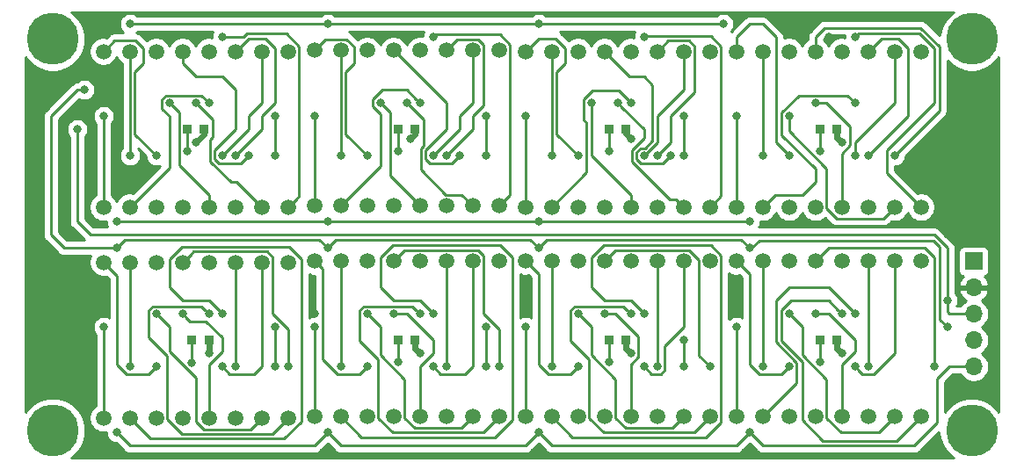
<source format=gbr>
G04 #@! TF.GenerationSoftware,KiCad,Pcbnew,(5.1.9)-1*
G04 #@! TF.CreationDate,2022-02-28T19:05:45+08:00*
G04 #@! TF.ProjectId,matrix_display16_32,6d617472-6978-45f6-9469-73706c617931,rev?*
G04 #@! TF.SameCoordinates,Original*
G04 #@! TF.FileFunction,Copper,L2,Bot*
G04 #@! TF.FilePolarity,Positive*
%FSLAX46Y46*%
G04 Gerber Fmt 4.6, Leading zero omitted, Abs format (unit mm)*
G04 Created by KiCad (PCBNEW (5.1.9)-1) date 2022-02-28 19:05:45*
%MOMM*%
%LPD*%
G01*
G04 APERTURE LIST*
G04 #@! TA.AperFunction,ComponentPad*
%ADD10C,5.000000*%
G04 #@! TD*
G04 #@! TA.AperFunction,ComponentPad*
%ADD11C,1.500000*%
G04 #@! TD*
G04 #@! TA.AperFunction,SMDPad,CuDef*
%ADD12R,0.965000X0.920000*%
G04 #@! TD*
G04 #@! TA.AperFunction,ComponentPad*
%ADD13R,1.700000X1.700000*%
G04 #@! TD*
G04 #@! TA.AperFunction,ComponentPad*
%ADD14O,1.700000X1.700000*%
G04 #@! TD*
G04 #@! TA.AperFunction,ViaPad*
%ADD15C,0.800000*%
G04 #@! TD*
G04 #@! TA.AperFunction,Conductor*
%ADD16C,0.600000*%
G04 #@! TD*
G04 #@! TA.AperFunction,Conductor*
%ADD17C,0.250000*%
G04 #@! TD*
G04 #@! TA.AperFunction,Conductor*
%ADD18C,0.254000*%
G04 #@! TD*
G04 #@! TA.AperFunction,Conductor*
%ADD19C,0.100000*%
G04 #@! TD*
G04 APERTURE END LIST*
D10*
X186500000Y-87820000D03*
X186500000Y-125540000D03*
X97980000Y-125540000D03*
X97980000Y-87820000D03*
D11*
X113030000Y-109340000D03*
X120650000Y-109340000D03*
X110490000Y-109340000D03*
X115570000Y-109340000D03*
X118110000Y-109340000D03*
X102870000Y-109340000D03*
X105410000Y-109340000D03*
X107950000Y-109340000D03*
X102870000Y-124340000D03*
X105410000Y-124340000D03*
X107950000Y-124340000D03*
X110490000Y-124340000D03*
X113030000Y-124340000D03*
X115570000Y-124340000D03*
X118110000Y-124340000D03*
X120650000Y-124340000D03*
X173990000Y-109220000D03*
X181610000Y-109220000D03*
X171450000Y-109220000D03*
X176530000Y-109220000D03*
X179070000Y-109220000D03*
X163830000Y-109220000D03*
X166370000Y-109220000D03*
X168910000Y-109220000D03*
X163830000Y-124220000D03*
X166370000Y-124220000D03*
X168910000Y-124220000D03*
X171450000Y-124220000D03*
X173990000Y-124220000D03*
X176530000Y-124220000D03*
X179070000Y-124220000D03*
X181610000Y-124220000D03*
X153670000Y-89020000D03*
X161290000Y-89020000D03*
X151130000Y-89020000D03*
X156210000Y-89020000D03*
X158750000Y-89020000D03*
X143510000Y-89020000D03*
X146050000Y-89020000D03*
X148590000Y-89020000D03*
X143510000Y-104020000D03*
X146050000Y-104020000D03*
X148590000Y-104020000D03*
X151130000Y-104020000D03*
X153670000Y-104020000D03*
X156210000Y-104020000D03*
X158750000Y-104020000D03*
X161290000Y-104020000D03*
X173990000Y-89020000D03*
X181610000Y-89020000D03*
X171450000Y-89020000D03*
X176530000Y-89020000D03*
X179070000Y-89020000D03*
X163830000Y-89020000D03*
X166370000Y-89020000D03*
X168910000Y-89020000D03*
X163830000Y-104020000D03*
X166370000Y-104020000D03*
X168910000Y-104020000D03*
X171450000Y-104020000D03*
X173990000Y-104020000D03*
X176530000Y-104020000D03*
X179070000Y-104020000D03*
X181610000Y-104020000D03*
X133350000Y-88900000D03*
X140970000Y-88900000D03*
X130810000Y-88900000D03*
X135890000Y-88900000D03*
X138430000Y-88900000D03*
X123190000Y-88900000D03*
X125730000Y-88900000D03*
X128270000Y-88900000D03*
X123190000Y-103900000D03*
X125730000Y-103900000D03*
X128270000Y-103900000D03*
X130810000Y-103900000D03*
X133350000Y-103900000D03*
X135890000Y-103900000D03*
X138430000Y-103900000D03*
X140970000Y-103900000D03*
X153670000Y-109220000D03*
X161290000Y-109220000D03*
X151130000Y-109220000D03*
X156210000Y-109220000D03*
X158750000Y-109220000D03*
X143510000Y-109220000D03*
X146050000Y-109220000D03*
X148590000Y-109220000D03*
X143510000Y-124220000D03*
X146050000Y-124220000D03*
X148590000Y-124220000D03*
X151130000Y-124220000D03*
X153670000Y-124220000D03*
X156210000Y-124220000D03*
X158750000Y-124220000D03*
X161290000Y-124220000D03*
X133350000Y-109220000D03*
X140970000Y-109220000D03*
X130810000Y-109220000D03*
X135890000Y-109220000D03*
X138430000Y-109220000D03*
X123190000Y-109220000D03*
X125730000Y-109220000D03*
X128270000Y-109220000D03*
X123190000Y-124220000D03*
X125730000Y-124220000D03*
X128270000Y-124220000D03*
X130810000Y-124220000D03*
X133350000Y-124220000D03*
X135890000Y-124220000D03*
X138430000Y-124220000D03*
X140970000Y-124220000D03*
X113030000Y-89020000D03*
X120650000Y-89020000D03*
X110490000Y-89020000D03*
X115570000Y-89020000D03*
X118110000Y-89020000D03*
X102870000Y-89020000D03*
X105410000Y-89020000D03*
X107950000Y-89020000D03*
X102870000Y-104020000D03*
X105410000Y-104020000D03*
X107950000Y-104020000D03*
X110490000Y-104020000D03*
X113030000Y-104020000D03*
X115570000Y-104020000D03*
X118110000Y-104020000D03*
X120650000Y-104020000D03*
D12*
X171900000Y-116840000D03*
X173540000Y-116840000D03*
X153220000Y-116840000D03*
X151580000Y-116840000D03*
X132900000Y-116840000D03*
X131260000Y-116840000D03*
X113030000Y-116840000D03*
X111390000Y-116840000D03*
X173540000Y-96520000D03*
X171900000Y-96520000D03*
X153220000Y-96520000D03*
X151580000Y-96520000D03*
X132900000Y-96520000D03*
X131260000Y-96520000D03*
X112580000Y-96520000D03*
X110940000Y-96520000D03*
D13*
X186690000Y-109220000D03*
D14*
X186690000Y-111760000D03*
X186690000Y-114300000D03*
X186690000Y-116840000D03*
X186690000Y-119380000D03*
D15*
X153670000Y-118110000D03*
X133350000Y-118110000D03*
X113030000Y-118110000D03*
X173990000Y-97790000D03*
X132479999Y-97390001D03*
X153670000Y-97390001D03*
X111760000Y-97790000D03*
X173990000Y-118110000D03*
X97790000Y-110490000D03*
X111760000Y-87630000D03*
X132080000Y-87630000D03*
X152400000Y-87630000D03*
X172720000Y-87630000D03*
X97790000Y-92710000D03*
X123190000Y-114300000D03*
X143510000Y-114300000D03*
X163830000Y-114300000D03*
X184150000Y-106680000D03*
X165100000Y-105410000D03*
X104140000Y-125730000D03*
X124460000Y-125730000D03*
X144780000Y-125730000D03*
X165100000Y-125730000D03*
X144780000Y-105410000D03*
X124460000Y-105410000D03*
X104140000Y-105410000D03*
X105410000Y-86360000D03*
X124460000Y-86360000D03*
X144780000Y-86360000D03*
X104140000Y-107950000D03*
X184150000Y-115570000D03*
X165100000Y-107950000D03*
X162560000Y-86360000D03*
X124460000Y-107950000D03*
X144780000Y-107950000D03*
X101010720Y-92710000D03*
X184150000Y-113030000D03*
X100330000Y-96520000D03*
X110940000Y-98610000D03*
X131260000Y-98610000D03*
X151580000Y-98610000D03*
X171900000Y-98610000D03*
X111390000Y-119010000D03*
X131260000Y-118930000D03*
X151580000Y-118930000D03*
X171900000Y-118930000D03*
X119380000Y-95250000D03*
X119380000Y-99060000D03*
X116840000Y-99060000D03*
X115570000Y-99060000D03*
X114300000Y-99060000D03*
X107950000Y-99060000D03*
X105410000Y-99060000D03*
X111760000Y-93980000D03*
X109220000Y-93980000D03*
X114300000Y-87630000D03*
X113030000Y-93980000D03*
X102870000Y-95250000D03*
X139700000Y-95250000D03*
X139700000Y-99060000D03*
X137160000Y-99060000D03*
X135890000Y-99060000D03*
X134620000Y-99060000D03*
X128270000Y-99060000D03*
X125730000Y-99060000D03*
X132080000Y-93980000D03*
X129540000Y-93980000D03*
X134620000Y-87630000D03*
X133350000Y-93980000D03*
X123190000Y-95250000D03*
X158750000Y-95250000D03*
X158750000Y-99060000D03*
X157480000Y-99060000D03*
X156210000Y-99060000D03*
X154940000Y-99060000D03*
X148590000Y-99060000D03*
X146050000Y-99060000D03*
X152400000Y-93980000D03*
X149860000Y-93980000D03*
X154940000Y-87630000D03*
X153670000Y-93980000D03*
X143510000Y-95250000D03*
X179070000Y-99060000D03*
X176530000Y-99060000D03*
X175260000Y-99060000D03*
X168910000Y-99060000D03*
X166370000Y-99060000D03*
X168910000Y-95250000D03*
X171450000Y-93980000D03*
X175260000Y-87630000D03*
X175260000Y-93980000D03*
X163830000Y-95250000D03*
X119380000Y-115570000D03*
X119380000Y-119380000D03*
X120650000Y-119380000D03*
X115570000Y-119380000D03*
X114300000Y-119380000D03*
X107950000Y-119380000D03*
X105410000Y-119380000D03*
X107950000Y-114300000D03*
X110490000Y-114300000D03*
X113030000Y-114300000D03*
X114300000Y-114300000D03*
X102870000Y-115570000D03*
X139700000Y-115570000D03*
X139700000Y-119380000D03*
X140970000Y-119380000D03*
X135890000Y-119380000D03*
X134620000Y-119380000D03*
X128270000Y-119380000D03*
X125730000Y-119380000D03*
X128270000Y-114300000D03*
X130810000Y-114300000D03*
X133350000Y-114300000D03*
X134620000Y-114300000D03*
X123190000Y-115570000D03*
X158750000Y-116840000D03*
X158750000Y-119380000D03*
X161290000Y-119380000D03*
X156210000Y-119380000D03*
X154940000Y-119380000D03*
X148590000Y-119380000D03*
X146050000Y-119380000D03*
X148590000Y-114300000D03*
X151130000Y-114300000D03*
X153670000Y-114300000D03*
X154940000Y-114300000D03*
X143510000Y-115570000D03*
X182880000Y-119380000D03*
X176530000Y-119380000D03*
X175260000Y-119380000D03*
X168910000Y-119380000D03*
X166370000Y-119380000D03*
X168910000Y-114300000D03*
X171450000Y-114300000D03*
X173990000Y-114300000D03*
X175260000Y-114300000D03*
X163830000Y-115570000D03*
D16*
X113030000Y-116840000D02*
X113030000Y-118110000D01*
X132900000Y-117660000D02*
X133350000Y-118110000D01*
X132900000Y-116840000D02*
X132900000Y-117660000D01*
X153220000Y-117660000D02*
X153670000Y-118110000D01*
X153220000Y-116840000D02*
X153220000Y-117660000D01*
X173540000Y-97340000D02*
X173990000Y-97790000D01*
X173540000Y-96520000D02*
X173540000Y-97340000D01*
X132900000Y-96970000D02*
X132479999Y-97390001D01*
X132900000Y-96520000D02*
X132900000Y-96970000D01*
X112580000Y-96970000D02*
X111760000Y-97790000D01*
X112580000Y-96520000D02*
X112580000Y-96970000D01*
X173540000Y-117660000D02*
X173990000Y-118110000D01*
X173540000Y-116840000D02*
X173540000Y-117660000D01*
X153220000Y-96940001D02*
X153670000Y-97390001D01*
X153220000Y-96520000D02*
X153220000Y-96940001D01*
D17*
X97790000Y-92710000D02*
X96520000Y-93980000D01*
X96520000Y-109220000D02*
X97790000Y-110490000D01*
X96520000Y-93980000D02*
X96520000Y-109220000D01*
X165100000Y-105410000D02*
X144780000Y-105410000D01*
X144780000Y-105410000D02*
X124460000Y-105410000D01*
X124460000Y-105410000D02*
X104140000Y-105410000D01*
X104140000Y-105410000D02*
X104140000Y-105410000D01*
X165100000Y-125730000D02*
X163830000Y-127000000D01*
X163830000Y-127000000D02*
X146050000Y-127000000D01*
X146050000Y-127000000D02*
X144780000Y-125730000D01*
X144780000Y-125730000D02*
X143510000Y-127000000D01*
X143510000Y-127000000D02*
X125730000Y-127000000D01*
X125730000Y-127000000D02*
X124460000Y-125730000D01*
X124460000Y-125730000D02*
X123190000Y-127000000D01*
X123190000Y-127000000D02*
X105410000Y-127000000D01*
X105410000Y-127000000D02*
X104140000Y-125730000D01*
X184378600Y-119380000D02*
X186690000Y-119380000D01*
X183182260Y-124782580D02*
X183182260Y-120576340D01*
X183182260Y-120576340D02*
X184378600Y-119380000D01*
X166370000Y-127000000D02*
X180964841Y-126999999D01*
X180964841Y-126999999D02*
X183182260Y-124782580D01*
X165100000Y-125730000D02*
X166370000Y-127000000D01*
X162761002Y-86360000D02*
X162560000Y-86360000D01*
X105410000Y-86360000D02*
X105410000Y-86360000D01*
X184150000Y-115570000D02*
X184150000Y-115570000D01*
X162560000Y-86360000D02*
X105410000Y-86360000D01*
X100330000Y-92710000D02*
X97790000Y-95250000D01*
X97790000Y-95250000D02*
X97790000Y-106680000D01*
X97790000Y-106680000D02*
X99060000Y-107950000D01*
X99060000Y-107950000D02*
X104140000Y-107950000D01*
X183424999Y-114844999D02*
X184150000Y-115570000D01*
X165296998Y-107950000D02*
X166021999Y-107224999D01*
X165100000Y-107950000D02*
X164280010Y-107130010D01*
X164280010Y-107130010D02*
X145599990Y-107130010D01*
X145599990Y-107130010D02*
X144780000Y-107950000D01*
X125279990Y-107130010D02*
X124859999Y-107550001D01*
X144780000Y-107950000D02*
X143960010Y-107130010D01*
X143960010Y-107130010D02*
X125279990Y-107130010D01*
X124859999Y-107550001D02*
X124460000Y-107950000D01*
X124460000Y-107950000D02*
X123640010Y-107130010D01*
X104959990Y-107130010D02*
X104140000Y-107950000D01*
X123640010Y-107130010D02*
X104959990Y-107130010D01*
X183424999Y-109764999D02*
X183424999Y-111034999D01*
X183424999Y-109764999D02*
X183424999Y-114844999D01*
X182788589Y-107224999D02*
X181065001Y-107224999D01*
X183424999Y-107861409D02*
X182788589Y-107224999D01*
X183424999Y-109764999D02*
X183424999Y-107861409D01*
X166021999Y-107224999D02*
X181065001Y-107224999D01*
X181065001Y-107224999D02*
X181206001Y-107224999D01*
X100330000Y-92710000D02*
X101010720Y-92710000D01*
X184150000Y-113030000D02*
X184150000Y-110168998D01*
X184150000Y-110168998D02*
X184150000Y-107950000D01*
X184150000Y-107950000D02*
X182880000Y-106680000D01*
X182880000Y-106680000D02*
X182880000Y-106680000D01*
X101600000Y-106680000D02*
X100330000Y-105410000D01*
X165100000Y-106680000D02*
X101600000Y-106680000D01*
X182880000Y-106680000D02*
X165100000Y-106680000D01*
X100330000Y-105410000D02*
X100330000Y-96520000D01*
X184150000Y-113030000D02*
X184150000Y-114068860D01*
X184381140Y-114300000D02*
X186690000Y-114300000D01*
X184150000Y-114068860D02*
X184381140Y-114300000D01*
X110940000Y-96520000D02*
X110940000Y-98610000D01*
X110940000Y-98610000D02*
X110940000Y-98610000D01*
X131260000Y-96520000D02*
X131260000Y-98610000D01*
X131260000Y-98610000D02*
X131260000Y-98610000D01*
X151580000Y-96520000D02*
X151580000Y-98610000D01*
X151580000Y-98610000D02*
X151580000Y-98610000D01*
X171900000Y-96520000D02*
X171900000Y-98610000D01*
X171900000Y-98610000D02*
X171900000Y-98610000D01*
X111390000Y-116840000D02*
X111390000Y-119010000D01*
X111390000Y-119010000D02*
X111390000Y-119010000D01*
X131260000Y-116840000D02*
X131260000Y-118930000D01*
X131260000Y-118930000D02*
X131260000Y-118930000D01*
X151580000Y-116840000D02*
X151580000Y-118930000D01*
X151580000Y-118930000D02*
X151580000Y-118930000D01*
X171900000Y-116840000D02*
X171900000Y-118930000D01*
X171900000Y-118930000D02*
X171900000Y-118930000D01*
X119380000Y-99060000D02*
X119380000Y-95250000D01*
X113574999Y-99408001D02*
X113574999Y-98515001D01*
X113951999Y-99785001D02*
X113574999Y-99408001D01*
X116840000Y-99060000D02*
X116114999Y-99785001D01*
X116114999Y-99785001D02*
X113951999Y-99785001D01*
X113574999Y-98515001D02*
X115570000Y-96520000D01*
X115570000Y-96520000D02*
X115570000Y-92710000D01*
X115570000Y-92710000D02*
X114300000Y-91440000D01*
X114300000Y-91440000D02*
X111760000Y-91440000D01*
X111760000Y-91440000D02*
X110490000Y-90170000D01*
X110490000Y-90170000D02*
X110490000Y-89020000D01*
X115570000Y-89020000D02*
X116840000Y-87750000D01*
X118431002Y-87750000D02*
X119380000Y-88698998D01*
X116840000Y-87750000D02*
X118431002Y-87750000D01*
X119380000Y-88698998D02*
X119380000Y-93980000D01*
X119380000Y-93980000D02*
X118110000Y-95250000D01*
X118110000Y-95250000D02*
X118110000Y-96520000D01*
X118110000Y-96520000D02*
X115570000Y-99060000D01*
X118110000Y-89020000D02*
X118110000Y-93980000D01*
X118110000Y-93980000D02*
X116840000Y-95250000D01*
X116840000Y-95250000D02*
X116840000Y-96520000D01*
X116840000Y-96520000D02*
X114300000Y-99060000D01*
X105926001Y-87944999D02*
X106680000Y-88698998D01*
X102870000Y-89020000D02*
X103945001Y-87944999D01*
X103945001Y-87944999D02*
X105926001Y-87944999D01*
X106680000Y-90170000D02*
X105860010Y-90989990D01*
X106680000Y-88698998D02*
X106680000Y-90170000D01*
X105860010Y-90989990D02*
X105860010Y-96970010D01*
X105860010Y-96970010D02*
X107950000Y-99060000D01*
X105410000Y-89020000D02*
X105410000Y-99060000D01*
X118110000Y-104020000D02*
X115690000Y-101600000D01*
X113387501Y-97240001D02*
X113387501Y-95607501D01*
X113124989Y-97502513D02*
X113387501Y-97240001D01*
X113124989Y-99594401D02*
X113124989Y-97502513D01*
X115690000Y-101600000D02*
X115130588Y-101600000D01*
X115130588Y-101600000D02*
X113124989Y-99594401D01*
X113387501Y-95607501D02*
X111760000Y-93980000D01*
X111760000Y-93980000D02*
X111760000Y-93980000D01*
X113030000Y-104020000D02*
X113030000Y-102870000D01*
X110132499Y-99972499D02*
X110132499Y-94892499D01*
X113030000Y-102870000D02*
X110132499Y-99972499D01*
X110132499Y-94892499D02*
X109220000Y-93980000D01*
X109220000Y-93980000D02*
X109220000Y-93980000D01*
X121399999Y-103270001D02*
X120650000Y-104020000D01*
X121725001Y-102944999D02*
X121399999Y-103270001D01*
X121725001Y-88503999D02*
X121725001Y-102944999D01*
X120520992Y-87299990D02*
X121725001Y-88503999D01*
X116653600Y-87299990D02*
X120520992Y-87299990D01*
X116323590Y-87630000D02*
X116653600Y-87299990D01*
X114300000Y-87630000D02*
X116323590Y-87630000D01*
X109220000Y-100210000D02*
X105410000Y-104020000D01*
X112304999Y-93254999D02*
X108871999Y-93254999D01*
X113030000Y-93980000D02*
X112304999Y-93254999D01*
X108871999Y-93254999D02*
X108494999Y-93631999D01*
X108494999Y-93631999D02*
X108494999Y-94524999D01*
X108494999Y-94524999D02*
X109220000Y-95250000D01*
X109220000Y-95250000D02*
X109220000Y-100210000D01*
X102870000Y-104020000D02*
X102870000Y-95250000D01*
X139700000Y-95250000D02*
X139700000Y-99060000D01*
X136434999Y-99785001D02*
X137160000Y-99060000D01*
X130810000Y-88900000D02*
X135890000Y-93980000D01*
X135890000Y-93980000D02*
X135890000Y-96520000D01*
X135890000Y-96520000D02*
X133894999Y-98515001D01*
X133894999Y-98515001D02*
X133894999Y-99408001D01*
X133894999Y-99408001D02*
X134271999Y-99785001D01*
X134271999Y-99785001D02*
X136434999Y-99785001D01*
X137160000Y-99060000D02*
X137160000Y-99060000D01*
X139505001Y-88383999D02*
X139505001Y-94174999D01*
X138946001Y-87824999D02*
X139505001Y-88383999D01*
X135890000Y-88900000D02*
X136965001Y-87824999D01*
X136965001Y-87824999D02*
X138946001Y-87824999D01*
X135890000Y-99060000D02*
X135890000Y-99060000D01*
X139505001Y-94174999D02*
X138430000Y-95250000D01*
X138430000Y-95250000D02*
X138430000Y-96520000D01*
X138430000Y-96520000D02*
X135890000Y-99060000D01*
X138430000Y-88900000D02*
X138430000Y-93980000D01*
X134620000Y-99060000D02*
X134620000Y-99060000D01*
X138430000Y-93980000D02*
X137160000Y-95250000D01*
X137160000Y-95250000D02*
X137160000Y-96520000D01*
X137160000Y-96520000D02*
X134620000Y-99060000D01*
X126246001Y-87824999D02*
X127000000Y-88578998D01*
X123190000Y-88900000D02*
X124265001Y-87824999D01*
X124265001Y-87824999D02*
X126246001Y-87824999D01*
X127000000Y-90170000D02*
X126180010Y-90989990D01*
X127000000Y-88578998D02*
X127000000Y-90170000D01*
X126180010Y-90989990D02*
X126180010Y-96970010D01*
X126180010Y-96970010D02*
X128270000Y-99060000D01*
X128270000Y-99060000D02*
X128270000Y-99060000D01*
X125730000Y-88900000D02*
X125730000Y-99060000D01*
X125730000Y-99060000D02*
X125730000Y-99060000D01*
X137354999Y-102824999D02*
X135844999Y-102824999D01*
X138430000Y-103900000D02*
X137354999Y-102824999D01*
X132080000Y-93980000D02*
X132080000Y-93980000D01*
X133444989Y-100424989D02*
X135844999Y-102824999D01*
X133444989Y-98328601D02*
X133444989Y-100424989D01*
X133707501Y-98066089D02*
X133444989Y-98328601D01*
X133707501Y-95607501D02*
X133707501Y-98066089D01*
X132080000Y-93980000D02*
X133707501Y-95607501D01*
X130452499Y-101002499D02*
X130452499Y-94892499D01*
X133350000Y-103900000D02*
X130452499Y-101002499D01*
X130452499Y-94892499D02*
X129540000Y-93980000D01*
X129540000Y-93980000D02*
X129540000Y-93980000D01*
X141035991Y-87374989D02*
X134875011Y-87374989D01*
X142045001Y-88383999D02*
X141035991Y-87374989D01*
X140970000Y-103900000D02*
X142045001Y-102824999D01*
X142045001Y-102824999D02*
X142045001Y-88383999D01*
X134875011Y-87374989D02*
X134620000Y-87630000D01*
X134620000Y-87630000D02*
X134620000Y-87630000D01*
X125730000Y-103900000D02*
X129540000Y-100090000D01*
X132080000Y-92710000D02*
X132950001Y-93580001D01*
X129736998Y-92710000D02*
X132080000Y-92710000D01*
X128814999Y-93631999D02*
X129736998Y-92710000D01*
X128814999Y-94328001D02*
X128814999Y-93631999D01*
X129540000Y-100090000D02*
X129540000Y-95053002D01*
X129540000Y-95053002D02*
X128814999Y-94328001D01*
X132950001Y-93580001D02*
X133350000Y-93980000D01*
X123190000Y-103900000D02*
X123190000Y-95250000D01*
X123190000Y-95250000D02*
X123190000Y-95250000D01*
X158750000Y-99060000D02*
X158750000Y-95250000D01*
X154591999Y-99785001D02*
X156754999Y-99785001D01*
X154214999Y-99408001D02*
X154591999Y-99785001D01*
X154214999Y-98729990D02*
X154214999Y-99408001D01*
X154609990Y-98334999D02*
X154214999Y-98729990D01*
X156754999Y-99785001D02*
X157480000Y-99060000D01*
X157480000Y-99060000D02*
X157480000Y-99060000D01*
X154609990Y-98334999D02*
X155028591Y-98334999D01*
X155759990Y-97603600D02*
X155759990Y-92259990D01*
X155028591Y-98334999D02*
X155759990Y-97603600D01*
X155759990Y-92259990D02*
X154940000Y-91440000D01*
X153550000Y-91440000D02*
X151130000Y-89020000D01*
X154940000Y-91440000D02*
X153550000Y-91440000D01*
X156210000Y-99060000D02*
X156210000Y-99060000D01*
X157285001Y-87944999D02*
X159266001Y-87944999D01*
X156210000Y-89020000D02*
X157285001Y-87944999D01*
X159266001Y-87944999D02*
X159825001Y-88503999D01*
X159825001Y-88503999D02*
X159825001Y-92904999D01*
X159825001Y-92904999D02*
X157480000Y-95250000D01*
X157480000Y-97790000D02*
X156210000Y-99060000D01*
X157480000Y-95250000D02*
X157480000Y-97790000D01*
X155060000Y-98940000D02*
X154940000Y-99060000D01*
X154940000Y-99060000D02*
X154940000Y-99060000D01*
X158750000Y-89020000D02*
X158750000Y-92710000D01*
X158750000Y-92710000D02*
X156210000Y-95250000D01*
X156210000Y-97790000D02*
X154940000Y-99060000D01*
X156210000Y-95250000D02*
X156210000Y-97790000D01*
X143510000Y-89020000D02*
X144780000Y-87750000D01*
X144780000Y-87750000D02*
X145930000Y-87750000D01*
X146371002Y-87750000D02*
X147320000Y-88698998D01*
X145930000Y-87750000D02*
X146371002Y-87750000D01*
X147320000Y-90170000D02*
X146500010Y-90989990D01*
X147320000Y-88698998D02*
X147320000Y-90170000D01*
X146500010Y-90989990D02*
X146500010Y-96970010D01*
X146500010Y-96970010D02*
X148590000Y-99060000D01*
X148590000Y-99060000D02*
X148590000Y-99060000D01*
X146050000Y-89020000D02*
X146050000Y-99060000D01*
X146050000Y-99060000D02*
X146050000Y-99060000D01*
X152799999Y-94379999D02*
X152400000Y-93980000D01*
X158750000Y-104020000D02*
X158000001Y-103270001D01*
X157440589Y-103270001D02*
X153764990Y-99594402D01*
X158000001Y-103270001D02*
X157440589Y-103270001D01*
X153764990Y-99594402D02*
X153764990Y-98543589D01*
X153764990Y-98543589D02*
X154940000Y-97368579D01*
X154940000Y-96520000D02*
X152799999Y-94379999D01*
X154940000Y-97368579D02*
X154940000Y-96520000D01*
X153670000Y-104020000D02*
X153670000Y-102870000D01*
X153670000Y-102870000D02*
X149860000Y-99060000D01*
X149860000Y-99060000D02*
X149860000Y-93980000D01*
X149860000Y-93980000D02*
X149860000Y-93980000D01*
X162365001Y-102944999D02*
X161290000Y-104020000D01*
X162365001Y-88503999D02*
X162365001Y-102944999D01*
X161355991Y-87494989D02*
X162365001Y-88503999D01*
X155075011Y-87494989D02*
X161355991Y-87494989D01*
X146050000Y-104020000D02*
X149409990Y-100660010D01*
X149409990Y-100660010D02*
X149409990Y-95872992D01*
X152494990Y-92804990D02*
X153670000Y-93980000D01*
X153670000Y-93980000D02*
X153670000Y-93980000D01*
X149962008Y-92804990D02*
X152494990Y-92804990D01*
X149134999Y-93631999D02*
X149962008Y-92804990D01*
X149134999Y-95598001D02*
X149134999Y-93631999D01*
X149409990Y-95872992D02*
X149134999Y-95598001D01*
X143510000Y-104020000D02*
X143510000Y-95250000D01*
X171450000Y-89020000D02*
X171450000Y-87630000D01*
X171450000Y-87630000D02*
X172359320Y-86720680D01*
X181538092Y-86720680D02*
X183372760Y-88555348D01*
X172359320Y-86720680D02*
X181538092Y-86720680D01*
X183372760Y-94757240D02*
X179070000Y-99060000D01*
X183372760Y-88555348D02*
X183372760Y-94757240D01*
X180340000Y-95250000D02*
X176530000Y-99060000D01*
X180340000Y-88698998D02*
X180340000Y-95250000D01*
X179391002Y-87750000D02*
X180340000Y-88698998D01*
X176530000Y-89020000D02*
X177800000Y-87750000D01*
X177800000Y-87750000D02*
X179391002Y-87750000D01*
X175260000Y-99060000D02*
X175260000Y-97790000D01*
X175260000Y-97790000D02*
X179070000Y-93980000D01*
X179070000Y-93980000D02*
X179070000Y-89020000D01*
X163830000Y-89020000D02*
X163830000Y-87630000D01*
X163830000Y-87630000D02*
X165100000Y-86360000D01*
X165100000Y-86360000D02*
X165301002Y-86360000D01*
X165301002Y-86360000D02*
X166370000Y-86360000D01*
X166370000Y-86360000D02*
X167640000Y-87630000D01*
X167640000Y-87630000D02*
X167640000Y-97790000D01*
X167640000Y-97790000D02*
X168910000Y-99060000D01*
X168910000Y-99060000D02*
X168910000Y-99060000D01*
X166370000Y-89020000D02*
X166370000Y-99060000D01*
X166370000Y-99060000D02*
X166370000Y-99060000D01*
X172525001Y-100308003D02*
X168910000Y-96693002D01*
X172525001Y-104146003D02*
X172525001Y-100308003D01*
X173473999Y-105095001D02*
X172525001Y-104146003D01*
X179070000Y-104020000D02*
X177994999Y-105095001D01*
X177994999Y-105095001D02*
X173473999Y-105095001D01*
X168910000Y-96693002D02*
X168910000Y-95250000D01*
X168910000Y-95250000D02*
X168910000Y-95250000D01*
X174809990Y-96262488D02*
X172527502Y-93980000D01*
X174809990Y-98043012D02*
X174809990Y-96262488D01*
X173990000Y-104020000D02*
X173990000Y-98863002D01*
X173990000Y-98863002D02*
X174809990Y-98043012D01*
X172527502Y-93980000D02*
X171450000Y-93980000D01*
X171450000Y-93980000D02*
X171450000Y-93980000D01*
X178344999Y-100754999D02*
X178344999Y-98515001D01*
X181610000Y-104020000D02*
X178344999Y-100754999D01*
X178344999Y-98515001D02*
X182880000Y-93980000D01*
X181480992Y-87299990D02*
X175590010Y-87299990D01*
X182880000Y-93980000D02*
X182880000Y-88698998D01*
X182880000Y-88698998D02*
X181480992Y-87299990D01*
X175260000Y-87630000D02*
X175590010Y-87299990D01*
X169831999Y-93254999D02*
X174534999Y-93254999D01*
X168184999Y-94901999D02*
X169831999Y-93254999D01*
X174534999Y-93254999D02*
X175260000Y-93980000D01*
X175260000Y-93980000D02*
X175260000Y-93980000D01*
X168184999Y-94901999D02*
X168184999Y-97064999D01*
X168184999Y-97064999D02*
X171450000Y-100330000D01*
X171450000Y-100330000D02*
X171450000Y-101600000D01*
X170120000Y-102810000D02*
X167580000Y-102810000D01*
X166370000Y-104020000D02*
X167580000Y-102810000D01*
X170120000Y-102810000D02*
X170240000Y-102810000D01*
X170240000Y-102810000D02*
X171450000Y-101600000D01*
X163830000Y-104020000D02*
X163830000Y-95250000D01*
X119380000Y-115570000D02*
X119380000Y-119380000D01*
X111239999Y-108590001D02*
X110490000Y-109340000D01*
X111565001Y-108264999D02*
X111239999Y-108590001D01*
X118626001Y-108264999D02*
X111565001Y-108264999D01*
X119185001Y-108823999D02*
X118626001Y-108264999D01*
X119185001Y-114301999D02*
X119185001Y-108823999D01*
X120650000Y-115766998D02*
X119185001Y-114301999D01*
X120650000Y-119380000D02*
X120650000Y-115766998D01*
X115570000Y-109340000D02*
X115570000Y-119380000D01*
X115025001Y-120105001D02*
X117384999Y-120105001D01*
X114300000Y-119380000D02*
X115025001Y-120105001D01*
X118110000Y-119380000D02*
X118110000Y-109340000D01*
X117384999Y-120105001D02*
X118110000Y-119380000D01*
X107550001Y-119779999D02*
X107950000Y-119380000D01*
X107224999Y-120105001D02*
X107550001Y-119779999D01*
X105061999Y-120105001D02*
X107224999Y-120105001D01*
X104140000Y-119183002D02*
X105061999Y-120105001D01*
X104140000Y-110610000D02*
X104140000Y-119183002D01*
X102870000Y-109340000D02*
X104140000Y-110610000D01*
X105410000Y-109340000D02*
X105410000Y-119380000D01*
X112513999Y-125415001D02*
X111760000Y-124661002D01*
X118110000Y-124340000D02*
X117034999Y-125415001D01*
X117034999Y-125415001D02*
X112513999Y-125415001D01*
X111760000Y-120453002D02*
X109220000Y-117913002D01*
X111760000Y-124661002D02*
X111760000Y-120453002D01*
X109220000Y-117913002D02*
X109220000Y-115570000D01*
X109220000Y-115570000D02*
X107950000Y-114300000D01*
X113030000Y-119183002D02*
X114300000Y-117913002D01*
X113030000Y-124340000D02*
X113030000Y-119183002D01*
X110889999Y-114699999D02*
X110490000Y-114300000D01*
X111215001Y-115025001D02*
X110889999Y-114699999D01*
X112742503Y-115025001D02*
X111215001Y-115025001D01*
X114300000Y-116582498D02*
X112742503Y-115025001D01*
X114300000Y-117913002D02*
X114300000Y-116582498D01*
X112304999Y-113574999D02*
X112630001Y-113900001D01*
X107224999Y-113951999D02*
X107601999Y-113574999D01*
X119124989Y-125865011D02*
X110424009Y-125865011D01*
X120650000Y-124340000D02*
X119124989Y-125865011D01*
X110424009Y-125865011D02*
X109025001Y-124466003D01*
X109025001Y-124466003D02*
X109025001Y-118354413D01*
X107601999Y-113574999D02*
X112304999Y-113574999D01*
X109025001Y-118354413D02*
X107224999Y-116554411D01*
X107224999Y-116554411D02*
X107224999Y-113951999D01*
X112630001Y-113900001D02*
X113030000Y-114300000D01*
X113030000Y-113030000D02*
X114300000Y-114300000D01*
X110490000Y-113030000D02*
X113030000Y-113030000D01*
X109220000Y-111760000D02*
X110490000Y-113030000D01*
X107385020Y-126315020D02*
X120265982Y-126315020D01*
X120265982Y-126315020D02*
X121920000Y-124661002D01*
X105410000Y-124340000D02*
X107385020Y-126315020D01*
X109220000Y-109018998D02*
X109220000Y-111760000D01*
X110424009Y-107814989D02*
X109220000Y-109018998D01*
X120715991Y-107814989D02*
X110424009Y-107814989D01*
X121920000Y-109018998D02*
X120715991Y-107814989D01*
X121920000Y-124661002D02*
X121920000Y-109018998D01*
X102870000Y-124340000D02*
X102870000Y-115570000D01*
X102870000Y-115570000D02*
X102870000Y-115570000D01*
X139700000Y-119380000D02*
X139700000Y-115570000D01*
X138946001Y-108144999D02*
X131885001Y-108144999D01*
X139505001Y-108703999D02*
X138946001Y-108144999D01*
X131559999Y-108470001D02*
X130810000Y-109220000D01*
X139505001Y-114301999D02*
X139505001Y-108703999D01*
X140970000Y-115766998D02*
X139505001Y-114301999D01*
X131885001Y-108144999D02*
X131559999Y-108470001D01*
X140970000Y-119380000D02*
X140970000Y-115766998D01*
X135890000Y-109220000D02*
X135890000Y-119380000D01*
X135345001Y-120105001D02*
X137704999Y-120105001D01*
X134620000Y-119380000D02*
X135345001Y-120105001D01*
X137704999Y-120105001D02*
X138430000Y-119380000D01*
X138430000Y-119380000D02*
X138430000Y-109220000D01*
X127870001Y-119779999D02*
X128270000Y-119380000D01*
X127544999Y-120105001D02*
X127870001Y-119779999D01*
X125381999Y-120105001D02*
X127544999Y-120105001D01*
X123939999Y-118663001D02*
X125381999Y-120105001D01*
X123939999Y-109969999D02*
X123939999Y-118663001D01*
X123190000Y-109220000D02*
X123939999Y-109969999D01*
X125730000Y-109220000D02*
X125730000Y-119380000D01*
X131885001Y-120628003D02*
X129540000Y-118283002D01*
X131885001Y-124346003D02*
X131885001Y-120628003D01*
X132833999Y-125295001D02*
X131885001Y-124346003D01*
X138430000Y-124220000D02*
X137354999Y-125295001D01*
X137354999Y-125295001D02*
X132833999Y-125295001D01*
X129540000Y-115570000D02*
X128270000Y-114300000D01*
X129540000Y-118283002D02*
X129540000Y-115570000D01*
X133350000Y-124220000D02*
X133350000Y-119380000D01*
X133350000Y-119380000D02*
X134620000Y-118110000D01*
X131375685Y-114300000D02*
X130810000Y-114300000D01*
X132080000Y-114300000D02*
X131375685Y-114300000D01*
X134620000Y-116840000D02*
X132080000Y-114300000D01*
X134620000Y-118110000D02*
X134620000Y-116840000D01*
X132950001Y-113900001D02*
X133350000Y-114300000D01*
X127921999Y-113574999D02*
X132624999Y-113574999D01*
X127544999Y-113951999D02*
X127921999Y-113574999D01*
X127544999Y-116924411D02*
X127544999Y-113951999D01*
X129345001Y-118724413D02*
X127544999Y-116924411D01*
X130744008Y-125745010D02*
X129345001Y-124346003D01*
X132624999Y-113574999D02*
X132950001Y-113900001D01*
X139444990Y-125745010D02*
X130744008Y-125745010D01*
X129345001Y-124346003D02*
X129345001Y-118724413D01*
X140970000Y-124220000D02*
X139444990Y-125745010D01*
X133350000Y-113030000D02*
X134620000Y-114300000D01*
X130810000Y-113030000D02*
X133350000Y-113030000D01*
X129540000Y-111760000D02*
X130810000Y-113030000D01*
X130744008Y-107694990D02*
X129540000Y-108898998D01*
X127705019Y-126195019D02*
X140585983Y-126195019D01*
X125730000Y-124220000D02*
X127705019Y-126195019D01*
X140585983Y-126195019D02*
X142240000Y-124541002D01*
X142240000Y-124541002D02*
X142240000Y-108898998D01*
X142240000Y-108898998D02*
X141035992Y-107694990D01*
X129540000Y-108898998D02*
X129540000Y-111760000D01*
X141035992Y-107694990D02*
X130744008Y-107694990D01*
X123190000Y-115570000D02*
X123190000Y-124220000D01*
X158750000Y-119380000D02*
X158750000Y-116840000D01*
X160214999Y-109093997D02*
X160214999Y-118304999D01*
X159266001Y-108144999D02*
X160214999Y-109093997D01*
X151130000Y-109220000D02*
X152205001Y-108144999D01*
X152205001Y-108144999D02*
X159266001Y-108144999D01*
X160214999Y-118304999D02*
X161290000Y-119380000D01*
X161290000Y-119380000D02*
X161290000Y-119380000D01*
X156210000Y-109220000D02*
X156210000Y-119380000D01*
X158750000Y-115570000D02*
X158750000Y-109220000D01*
X156935001Y-117384999D02*
X158750000Y-115570000D01*
X156935001Y-119728001D02*
X156935001Y-117384999D01*
X156558001Y-120105001D02*
X156935001Y-119728001D01*
X154940000Y-119380000D02*
X155665001Y-120105001D01*
X155665001Y-120105001D02*
X156558001Y-120105001D01*
X148190001Y-119779999D02*
X148590000Y-119380000D01*
X147864999Y-120105001D02*
X148190001Y-119779999D01*
X145701999Y-120105001D02*
X147864999Y-120105001D01*
X144780000Y-119183002D02*
X145701999Y-120105001D01*
X144780000Y-110490000D02*
X144780000Y-119183002D01*
X143510000Y-109220000D02*
X144780000Y-110490000D01*
X146050000Y-109220000D02*
X146050000Y-119380000D01*
X152205001Y-120628003D02*
X149860000Y-118283002D01*
X152205001Y-124346003D02*
X152205001Y-120628003D01*
X153153999Y-125295001D02*
X152205001Y-124346003D01*
X158750000Y-124220000D02*
X157674999Y-125295001D01*
X157674999Y-125295001D02*
X153153999Y-125295001D01*
X149860000Y-115570000D02*
X148590000Y-114300000D01*
X149860000Y-118283002D02*
X149860000Y-115570000D01*
X151695685Y-114300000D02*
X151130000Y-114300000D01*
X152207502Y-114300000D02*
X151695685Y-114300000D01*
X154395001Y-116487499D02*
X152207502Y-114300000D01*
X154395001Y-118458001D02*
X154395001Y-116487499D01*
X153670000Y-119183002D02*
X154395001Y-118458001D01*
X153670000Y-124220000D02*
X153670000Y-119183002D01*
X153270001Y-113900001D02*
X153670000Y-114300000D01*
X152944999Y-113574999D02*
X153270001Y-113900001D01*
X148241999Y-113574999D02*
X152944999Y-113574999D01*
X147864999Y-113951999D02*
X148241999Y-113574999D01*
X147864999Y-116924411D02*
X147864999Y-113951999D01*
X149665001Y-118724413D02*
X147864999Y-116924411D01*
X149665001Y-124346003D02*
X149665001Y-118724413D01*
X151064009Y-125745011D02*
X149665001Y-124346003D01*
X159764989Y-125745011D02*
X151064009Y-125745011D01*
X161290000Y-124220000D02*
X159764989Y-125745011D01*
X153670000Y-113030000D02*
X154940000Y-114300000D01*
X149860000Y-111760000D02*
X151130000Y-113030000D01*
X149860000Y-108898998D02*
X149860000Y-111760000D01*
X151130000Y-113030000D02*
X153670000Y-113030000D01*
X151064008Y-107694990D02*
X149860000Y-108898998D01*
X148025020Y-126195020D02*
X160905982Y-126195020D01*
X146050000Y-124220000D02*
X148025020Y-126195020D01*
X160905982Y-126195020D02*
X162365001Y-124736001D01*
X162365001Y-124736001D02*
X162365001Y-108703999D01*
X162365001Y-108703999D02*
X161355992Y-107694990D01*
X161355992Y-107694990D02*
X151064008Y-107694990D01*
X143510000Y-124220000D02*
X143510000Y-115570000D01*
X171450000Y-109220000D02*
X172718590Y-107951410D01*
X181932412Y-107951410D02*
X182880000Y-108898998D01*
X172718590Y-107951410D02*
X181932412Y-107951410D01*
X182880000Y-108898998D02*
X182880000Y-118110000D01*
X182880000Y-118110000D02*
X182880000Y-119380000D01*
X176530000Y-109220000D02*
X176530000Y-119380000D01*
X179070000Y-109220000D02*
X179070000Y-118110000D01*
X175659999Y-119779999D02*
X175260000Y-119380000D01*
X175985001Y-120105001D02*
X175659999Y-119779999D01*
X177074999Y-120105001D02*
X175985001Y-120105001D01*
X179070000Y-118110000D02*
X177074999Y-120105001D01*
X168184999Y-120105001D02*
X168510001Y-119779999D01*
X166021999Y-120105001D02*
X168184999Y-120105001D01*
X165100000Y-119183002D02*
X166021999Y-120105001D01*
X163830000Y-109220000D02*
X165100000Y-110490000D01*
X165100000Y-110490000D02*
X165100000Y-119183002D01*
X168510001Y-119779999D02*
X168910000Y-119380000D01*
X166370000Y-109220000D02*
X166370000Y-119380000D01*
X172525001Y-120628003D02*
X170180000Y-118283002D01*
X172525001Y-124346003D02*
X172525001Y-120628003D01*
X173908998Y-125730000D02*
X172525001Y-124346003D01*
X170180000Y-118283002D02*
X170180000Y-115570000D01*
X170180000Y-115570000D02*
X168910000Y-114300000D01*
X168910000Y-114300000D02*
X168910000Y-114300000D01*
X177560000Y-125730000D02*
X179070000Y-124220000D01*
X173908998Y-125730000D02*
X177560000Y-125730000D01*
X173990000Y-119183002D02*
X175260000Y-117913002D01*
X173990000Y-124220000D02*
X173990000Y-119183002D01*
X175260000Y-116840000D02*
X172720000Y-114300000D01*
X175260000Y-117913002D02*
X175260000Y-116840000D01*
X172720000Y-114300000D02*
X171450000Y-114300000D01*
X169106998Y-113030000D02*
X172720000Y-113030000D01*
X168184999Y-113951999D02*
X169106998Y-113030000D01*
X179280010Y-126549990D02*
X172188988Y-126549990D01*
X172720000Y-113030000D02*
X173590001Y-113900001D01*
X181610000Y-124220000D02*
X179280010Y-126549990D01*
X172188988Y-126549990D02*
X170180000Y-124541002D01*
X170180000Y-124541002D02*
X170180000Y-118919412D01*
X170180000Y-118919412D02*
X168184999Y-116924411D01*
X168184999Y-116924411D02*
X168184999Y-113951999D01*
X173590001Y-113900001D02*
X173990000Y-114300000D01*
X172720000Y-111760000D02*
X175260000Y-114300000D01*
X167640000Y-113030000D02*
X168910000Y-111760000D01*
X168910000Y-111760000D02*
X172720000Y-111760000D01*
X169635001Y-119010823D02*
X167640000Y-117015822D01*
X166370000Y-124220000D02*
X169635001Y-120954999D01*
X169635001Y-120954999D02*
X169635001Y-119010823D01*
X167640000Y-117015822D02*
X167640000Y-113030000D01*
X163830000Y-124220000D02*
X163830000Y-115570000D01*
D18*
X184501554Y-85384886D02*
X184064886Y-85821554D01*
X183721799Y-86335021D01*
X183485476Y-86905554D01*
X183371378Y-87479164D01*
X182101896Y-86209683D01*
X182078093Y-86180679D01*
X181962368Y-86085706D01*
X181830339Y-86015134D01*
X181687078Y-85971677D01*
X181575425Y-85960680D01*
X181575414Y-85960680D01*
X181538092Y-85957004D01*
X181500770Y-85960680D01*
X172396645Y-85960680D01*
X172359320Y-85957004D01*
X172321995Y-85960680D01*
X172321987Y-85960680D01*
X172210334Y-85971677D01*
X172067073Y-86015134D01*
X171935044Y-86085706D01*
X171819319Y-86180679D01*
X171795521Y-86209677D01*
X170938998Y-87066201D01*
X170910000Y-87089999D01*
X170886202Y-87118997D01*
X170886201Y-87118998D01*
X170815026Y-87205724D01*
X170744454Y-87337754D01*
X170724057Y-87404998D01*
X170700999Y-87481013D01*
X170700998Y-87481015D01*
X170686324Y-87630000D01*
X170690001Y-87667332D01*
X170690001Y-87862090D01*
X170567114Y-87944201D01*
X170374201Y-88137114D01*
X170222629Y-88363957D01*
X170180000Y-88466873D01*
X170137371Y-88363957D01*
X169985799Y-88137114D01*
X169792886Y-87944201D01*
X169566043Y-87792629D01*
X169313989Y-87688225D01*
X169046411Y-87635000D01*
X168773589Y-87635000D01*
X168506011Y-87688225D01*
X168400000Y-87732136D01*
X168400000Y-87667322D01*
X168403676Y-87629999D01*
X168400000Y-87592676D01*
X168400000Y-87592667D01*
X168389003Y-87481014D01*
X168345546Y-87337753D01*
X168274974Y-87205724D01*
X168180001Y-87089999D01*
X168151004Y-87066202D01*
X166933804Y-85849003D01*
X166910001Y-85819999D01*
X166794276Y-85725026D01*
X166662247Y-85654454D01*
X166518986Y-85610997D01*
X166407333Y-85600000D01*
X166407322Y-85600000D01*
X166370000Y-85596324D01*
X166332678Y-85600000D01*
X165137322Y-85600000D01*
X165099999Y-85596324D01*
X165062676Y-85600000D01*
X165062667Y-85600000D01*
X164951014Y-85610997D01*
X164807753Y-85654454D01*
X164675724Y-85725026D01*
X164559999Y-85819999D01*
X164536201Y-85848997D01*
X163318998Y-87066201D01*
X163310700Y-87073011D01*
X163363937Y-87019774D01*
X163477205Y-86850256D01*
X163555226Y-86661898D01*
X163595000Y-86461939D01*
X163595000Y-86258061D01*
X163555226Y-86058102D01*
X163477205Y-85869744D01*
X163363937Y-85700226D01*
X163219774Y-85556063D01*
X163050256Y-85442795D01*
X162861898Y-85364774D01*
X162661939Y-85325000D01*
X162458061Y-85325000D01*
X162258102Y-85364774D01*
X162069744Y-85442795D01*
X161900226Y-85556063D01*
X161856289Y-85600000D01*
X145483711Y-85600000D01*
X145439774Y-85556063D01*
X145270256Y-85442795D01*
X145081898Y-85364774D01*
X144881939Y-85325000D01*
X144678061Y-85325000D01*
X144478102Y-85364774D01*
X144289744Y-85442795D01*
X144120226Y-85556063D01*
X144076289Y-85600000D01*
X125163711Y-85600000D01*
X125119774Y-85556063D01*
X124950256Y-85442795D01*
X124761898Y-85364774D01*
X124561939Y-85325000D01*
X124358061Y-85325000D01*
X124158102Y-85364774D01*
X123969744Y-85442795D01*
X123800226Y-85556063D01*
X123756289Y-85600000D01*
X106113711Y-85600000D01*
X106069774Y-85556063D01*
X105900256Y-85442795D01*
X105711898Y-85364774D01*
X105511939Y-85325000D01*
X105308061Y-85325000D01*
X105108102Y-85364774D01*
X104919744Y-85442795D01*
X104750226Y-85556063D01*
X104606063Y-85700226D01*
X104492795Y-85869744D01*
X104414774Y-86058102D01*
X104375000Y-86258061D01*
X104375000Y-86461939D01*
X104414774Y-86661898D01*
X104492795Y-86850256D01*
X104606063Y-87019774D01*
X104750226Y-87163937D01*
X104781748Y-87184999D01*
X103982323Y-87184999D01*
X103945001Y-87181323D01*
X103907678Y-87184999D01*
X103907668Y-87184999D01*
X103796015Y-87195996D01*
X103678369Y-87231683D01*
X103652754Y-87239453D01*
X103520724Y-87310025D01*
X103476884Y-87346004D01*
X103405000Y-87404998D01*
X103381202Y-87433996D01*
X103151365Y-87663833D01*
X103006411Y-87635000D01*
X102733589Y-87635000D01*
X102466011Y-87688225D01*
X102213957Y-87792629D01*
X101987114Y-87944201D01*
X101794201Y-88137114D01*
X101642629Y-88363957D01*
X101538225Y-88616011D01*
X101485000Y-88883589D01*
X101485000Y-89156411D01*
X101538225Y-89423989D01*
X101642629Y-89676043D01*
X101794201Y-89902886D01*
X101987114Y-90095799D01*
X102213957Y-90247371D01*
X102466011Y-90351775D01*
X102733589Y-90405000D01*
X103006411Y-90405000D01*
X103273989Y-90351775D01*
X103526043Y-90247371D01*
X103752886Y-90095799D01*
X103945799Y-89902886D01*
X104097371Y-89676043D01*
X104140000Y-89573127D01*
X104182629Y-89676043D01*
X104334201Y-89902886D01*
X104527114Y-90095799D01*
X104650000Y-90177909D01*
X104650001Y-98356288D01*
X104606063Y-98400226D01*
X104492795Y-98569744D01*
X104414774Y-98758102D01*
X104375000Y-98958061D01*
X104375000Y-99161939D01*
X104414774Y-99361898D01*
X104492795Y-99550256D01*
X104606063Y-99719774D01*
X104750226Y-99863937D01*
X104919744Y-99977205D01*
X105108102Y-100055226D01*
X105308061Y-100095000D01*
X105511939Y-100095000D01*
X105711898Y-100055226D01*
X105900256Y-99977205D01*
X106069774Y-99863937D01*
X106213937Y-99719774D01*
X106327205Y-99550256D01*
X106405226Y-99361898D01*
X106445000Y-99161939D01*
X106445000Y-98958061D01*
X106405226Y-98758102D01*
X106327205Y-98569744D01*
X106213937Y-98400226D01*
X106170000Y-98356289D01*
X106170000Y-98354801D01*
X106915000Y-99099802D01*
X106915000Y-99161939D01*
X106954774Y-99361898D01*
X107032795Y-99550256D01*
X107146063Y-99719774D01*
X107290226Y-99863937D01*
X107459744Y-99977205D01*
X107648102Y-100055226D01*
X107848061Y-100095000D01*
X108051939Y-100095000D01*
X108251898Y-100055226D01*
X108333966Y-100021232D01*
X105691365Y-102663833D01*
X105546411Y-102635000D01*
X105273589Y-102635000D01*
X105006011Y-102688225D01*
X104753957Y-102792629D01*
X104527114Y-102944201D01*
X104334201Y-103137114D01*
X104182629Y-103363957D01*
X104140000Y-103466873D01*
X104097371Y-103363957D01*
X103945799Y-103137114D01*
X103752886Y-102944201D01*
X103630000Y-102862091D01*
X103630000Y-95953711D01*
X103673937Y-95909774D01*
X103787205Y-95740256D01*
X103865226Y-95551898D01*
X103905000Y-95351939D01*
X103905000Y-95148061D01*
X103865226Y-94948102D01*
X103787205Y-94759744D01*
X103673937Y-94590226D01*
X103529774Y-94446063D01*
X103360256Y-94332795D01*
X103171898Y-94254774D01*
X102971939Y-94215000D01*
X102768061Y-94215000D01*
X102568102Y-94254774D01*
X102379744Y-94332795D01*
X102210226Y-94446063D01*
X102066063Y-94590226D01*
X101952795Y-94759744D01*
X101874774Y-94948102D01*
X101835000Y-95148061D01*
X101835000Y-95351939D01*
X101874774Y-95551898D01*
X101952795Y-95740256D01*
X102066063Y-95909774D01*
X102110001Y-95953712D01*
X102110000Y-102862091D01*
X101987114Y-102944201D01*
X101794201Y-103137114D01*
X101642629Y-103363957D01*
X101538225Y-103616011D01*
X101485000Y-103883589D01*
X101485000Y-104156411D01*
X101538225Y-104423989D01*
X101642629Y-104676043D01*
X101794201Y-104902886D01*
X101987114Y-105095799D01*
X102213957Y-105247371D01*
X102466011Y-105351775D01*
X102733589Y-105405000D01*
X103006411Y-105405000D01*
X103105000Y-105385389D01*
X103105000Y-105511939D01*
X103144774Y-105711898D01*
X103222795Y-105900256D01*
X103235987Y-105920000D01*
X101914802Y-105920000D01*
X101090000Y-105095199D01*
X101090000Y-97223711D01*
X101133937Y-97179774D01*
X101247205Y-97010256D01*
X101325226Y-96821898D01*
X101365000Y-96621939D01*
X101365000Y-96418061D01*
X101325226Y-96218102D01*
X101247205Y-96029744D01*
X101133937Y-95860226D01*
X100989774Y-95716063D01*
X100820256Y-95602795D01*
X100631898Y-95524774D01*
X100431939Y-95485000D01*
X100228061Y-95485000D01*
X100028102Y-95524774D01*
X99839744Y-95602795D01*
X99670226Y-95716063D01*
X99526063Y-95860226D01*
X99412795Y-96029744D01*
X99334774Y-96218102D01*
X99295000Y-96418061D01*
X99295000Y-96621939D01*
X99334774Y-96821898D01*
X99412795Y-97010256D01*
X99526063Y-97179774D01*
X99570001Y-97223712D01*
X99570000Y-105372678D01*
X99566324Y-105410000D01*
X99570000Y-105447322D01*
X99570000Y-105447332D01*
X99580997Y-105558985D01*
X99611275Y-105658800D01*
X99624454Y-105702246D01*
X99695026Y-105834276D01*
X99703009Y-105844003D01*
X99789999Y-105950001D01*
X99819003Y-105973804D01*
X101035198Y-107190000D01*
X99374802Y-107190000D01*
X98550000Y-106365199D01*
X98550000Y-95564801D01*
X100500762Y-93614041D01*
X100520464Y-93627205D01*
X100708822Y-93705226D01*
X100908781Y-93745000D01*
X101112659Y-93745000D01*
X101312618Y-93705226D01*
X101500976Y-93627205D01*
X101670494Y-93513937D01*
X101814657Y-93369774D01*
X101927925Y-93200256D01*
X102005946Y-93011898D01*
X102045720Y-92811939D01*
X102045720Y-92608061D01*
X102005946Y-92408102D01*
X101927925Y-92219744D01*
X101814657Y-92050226D01*
X101670494Y-91906063D01*
X101500976Y-91792795D01*
X101312618Y-91714774D01*
X101112659Y-91675000D01*
X100908781Y-91675000D01*
X100708822Y-91714774D01*
X100520464Y-91792795D01*
X100350946Y-91906063D01*
X100308575Y-91948434D01*
X100292676Y-91950000D01*
X100292667Y-91950000D01*
X100181014Y-91960997D01*
X100037753Y-92004454D01*
X99905724Y-92075026D01*
X99905722Y-92075027D01*
X99905723Y-92075027D01*
X99818996Y-92146201D01*
X99818992Y-92146205D01*
X99789999Y-92169999D01*
X99766205Y-92198992D01*
X97279003Y-94686196D01*
X97249999Y-94709999D01*
X97215303Y-94752277D01*
X97155026Y-94825724D01*
X97091914Y-94943798D01*
X97084454Y-94957754D01*
X97040997Y-95101015D01*
X97030000Y-95212668D01*
X97030000Y-95212678D01*
X97026324Y-95250000D01*
X97030000Y-95287322D01*
X97030001Y-106642668D01*
X97026324Y-106680000D01*
X97030001Y-106717333D01*
X97040998Y-106828986D01*
X97054180Y-106872442D01*
X97084454Y-106972246D01*
X97155026Y-107104276D01*
X97197363Y-107155863D01*
X97250000Y-107220001D01*
X97278998Y-107243799D01*
X98496201Y-108461003D01*
X98519999Y-108490001D01*
X98635724Y-108584974D01*
X98767753Y-108655546D01*
X98911014Y-108699003D01*
X99022667Y-108710000D01*
X99022676Y-108710000D01*
X99059999Y-108713676D01*
X99097322Y-108710000D01*
X101631842Y-108710000D01*
X101538225Y-108936011D01*
X101485000Y-109203589D01*
X101485000Y-109476411D01*
X101538225Y-109743989D01*
X101642629Y-109996043D01*
X101794201Y-110222886D01*
X101987114Y-110415799D01*
X102213957Y-110567371D01*
X102466011Y-110671775D01*
X102733589Y-110725000D01*
X103006411Y-110725000D01*
X103151365Y-110696167D01*
X103380000Y-110924802D01*
X103380000Y-114665988D01*
X103360256Y-114652795D01*
X103171898Y-114574774D01*
X102971939Y-114535000D01*
X102768061Y-114535000D01*
X102568102Y-114574774D01*
X102379744Y-114652795D01*
X102210226Y-114766063D01*
X102066063Y-114910226D01*
X101952795Y-115079744D01*
X101874774Y-115268102D01*
X101835000Y-115468061D01*
X101835000Y-115671939D01*
X101874774Y-115871898D01*
X101952795Y-116060256D01*
X102066063Y-116229774D01*
X102110001Y-116273712D01*
X102110000Y-123182091D01*
X101987114Y-123264201D01*
X101794201Y-123457114D01*
X101642629Y-123683957D01*
X101538225Y-123936011D01*
X101485000Y-124203589D01*
X101485000Y-124476411D01*
X101538225Y-124743989D01*
X101642629Y-124996043D01*
X101794201Y-125222886D01*
X101987114Y-125415799D01*
X102213957Y-125567371D01*
X102466011Y-125671775D01*
X102733589Y-125725000D01*
X103006411Y-125725000D01*
X103105000Y-125705389D01*
X103105000Y-125831939D01*
X103144774Y-126031898D01*
X103222795Y-126220256D01*
X103336063Y-126389774D01*
X103480226Y-126533937D01*
X103649744Y-126647205D01*
X103838102Y-126725226D01*
X104038061Y-126765000D01*
X104100199Y-126765000D01*
X104846201Y-127511003D01*
X104869999Y-127540001D01*
X104985724Y-127634974D01*
X105117753Y-127705546D01*
X105261014Y-127749003D01*
X105372667Y-127760000D01*
X105372676Y-127760000D01*
X105409999Y-127763676D01*
X105447322Y-127760000D01*
X123152678Y-127760000D01*
X123190000Y-127763676D01*
X123227322Y-127760000D01*
X123227333Y-127760000D01*
X123338986Y-127749003D01*
X123482247Y-127705546D01*
X123614276Y-127634974D01*
X123730001Y-127540001D01*
X123753804Y-127510997D01*
X124460000Y-126804802D01*
X125166201Y-127511003D01*
X125189999Y-127540001D01*
X125305724Y-127634974D01*
X125437753Y-127705546D01*
X125581014Y-127749003D01*
X125692667Y-127760000D01*
X125692676Y-127760000D01*
X125729999Y-127763676D01*
X125767322Y-127760000D01*
X143472678Y-127760000D01*
X143510000Y-127763676D01*
X143547322Y-127760000D01*
X143547333Y-127760000D01*
X143658986Y-127749003D01*
X143802247Y-127705546D01*
X143934276Y-127634974D01*
X144050001Y-127540001D01*
X144073804Y-127510997D01*
X144780000Y-126804802D01*
X145486201Y-127511003D01*
X145509999Y-127540001D01*
X145625724Y-127634974D01*
X145757753Y-127705546D01*
X145901014Y-127749003D01*
X146012667Y-127760000D01*
X146012676Y-127760000D01*
X146049999Y-127763676D01*
X146087322Y-127760000D01*
X163792678Y-127760000D01*
X163830000Y-127763676D01*
X163867322Y-127760000D01*
X163867333Y-127760000D01*
X163978986Y-127749003D01*
X164122247Y-127705546D01*
X164254276Y-127634974D01*
X164370001Y-127540001D01*
X164393804Y-127510997D01*
X165100000Y-126804802D01*
X165806206Y-127511008D01*
X165830000Y-127540001D01*
X165858993Y-127563795D01*
X165858997Y-127563799D01*
X165945723Y-127634973D01*
X166077753Y-127705546D01*
X166140132Y-127724468D01*
X166221015Y-127749003D01*
X166332668Y-127760000D01*
X166332676Y-127760000D01*
X166369999Y-127763676D01*
X166407322Y-127760000D01*
X180927509Y-127759998D01*
X180964841Y-127763675D01*
X181002174Y-127759998D01*
X181113827Y-127749001D01*
X181157283Y-127735819D01*
X181257087Y-127705545D01*
X181389117Y-127634973D01*
X181475843Y-127563798D01*
X181475844Y-127563797D01*
X181504842Y-127539999D01*
X181528640Y-127511001D01*
X183365000Y-125674642D01*
X183365000Y-125848771D01*
X183485476Y-126454446D01*
X183721799Y-127024979D01*
X184064886Y-127538446D01*
X184501554Y-127975114D01*
X184752814Y-128143000D01*
X99727186Y-128143000D01*
X99978446Y-127975114D01*
X100415114Y-127538446D01*
X100758201Y-127024979D01*
X100994524Y-126454446D01*
X101115000Y-125848771D01*
X101115000Y-125231229D01*
X100994524Y-124625554D01*
X100758201Y-124055021D01*
X100415114Y-123541554D01*
X99978446Y-123104886D01*
X99464979Y-122761799D01*
X98894446Y-122525476D01*
X98288771Y-122405000D01*
X97671229Y-122405000D01*
X97065554Y-122525476D01*
X96495021Y-122761799D01*
X95981554Y-123104886D01*
X95544886Y-123541554D01*
X95377000Y-123792814D01*
X95377000Y-89567186D01*
X95544886Y-89818446D01*
X95981554Y-90255114D01*
X96495021Y-90598201D01*
X97065554Y-90834524D01*
X97671229Y-90955000D01*
X98288771Y-90955000D01*
X98894446Y-90834524D01*
X99464979Y-90598201D01*
X99978446Y-90255114D01*
X100415114Y-89818446D01*
X100758201Y-89304979D01*
X100994524Y-88734446D01*
X101115000Y-88128771D01*
X101115000Y-87511229D01*
X100994524Y-86905554D01*
X100758201Y-86335021D01*
X100415114Y-85821554D01*
X99978446Y-85384886D01*
X99727186Y-85217000D01*
X184752814Y-85217000D01*
X184501554Y-85384886D01*
G04 #@! TA.AperFunction,Conductor*
D19*
G36*
X184501554Y-85384886D02*
G01*
X184064886Y-85821554D01*
X183721799Y-86335021D01*
X183485476Y-86905554D01*
X183371378Y-87479164D01*
X182101896Y-86209683D01*
X182078093Y-86180679D01*
X181962368Y-86085706D01*
X181830339Y-86015134D01*
X181687078Y-85971677D01*
X181575425Y-85960680D01*
X181575414Y-85960680D01*
X181538092Y-85957004D01*
X181500770Y-85960680D01*
X172396645Y-85960680D01*
X172359320Y-85957004D01*
X172321995Y-85960680D01*
X172321987Y-85960680D01*
X172210334Y-85971677D01*
X172067073Y-86015134D01*
X171935044Y-86085706D01*
X171819319Y-86180679D01*
X171795521Y-86209677D01*
X170938998Y-87066201D01*
X170910000Y-87089999D01*
X170886202Y-87118997D01*
X170886201Y-87118998D01*
X170815026Y-87205724D01*
X170744454Y-87337754D01*
X170724057Y-87404998D01*
X170700999Y-87481013D01*
X170700998Y-87481015D01*
X170686324Y-87630000D01*
X170690001Y-87667332D01*
X170690001Y-87862090D01*
X170567114Y-87944201D01*
X170374201Y-88137114D01*
X170222629Y-88363957D01*
X170180000Y-88466873D01*
X170137371Y-88363957D01*
X169985799Y-88137114D01*
X169792886Y-87944201D01*
X169566043Y-87792629D01*
X169313989Y-87688225D01*
X169046411Y-87635000D01*
X168773589Y-87635000D01*
X168506011Y-87688225D01*
X168400000Y-87732136D01*
X168400000Y-87667322D01*
X168403676Y-87629999D01*
X168400000Y-87592676D01*
X168400000Y-87592667D01*
X168389003Y-87481014D01*
X168345546Y-87337753D01*
X168274974Y-87205724D01*
X168180001Y-87089999D01*
X168151004Y-87066202D01*
X166933804Y-85849003D01*
X166910001Y-85819999D01*
X166794276Y-85725026D01*
X166662247Y-85654454D01*
X166518986Y-85610997D01*
X166407333Y-85600000D01*
X166407322Y-85600000D01*
X166370000Y-85596324D01*
X166332678Y-85600000D01*
X165137322Y-85600000D01*
X165099999Y-85596324D01*
X165062676Y-85600000D01*
X165062667Y-85600000D01*
X164951014Y-85610997D01*
X164807753Y-85654454D01*
X164675724Y-85725026D01*
X164559999Y-85819999D01*
X164536201Y-85848997D01*
X163318998Y-87066201D01*
X163310700Y-87073011D01*
X163363937Y-87019774D01*
X163477205Y-86850256D01*
X163555226Y-86661898D01*
X163595000Y-86461939D01*
X163595000Y-86258061D01*
X163555226Y-86058102D01*
X163477205Y-85869744D01*
X163363937Y-85700226D01*
X163219774Y-85556063D01*
X163050256Y-85442795D01*
X162861898Y-85364774D01*
X162661939Y-85325000D01*
X162458061Y-85325000D01*
X162258102Y-85364774D01*
X162069744Y-85442795D01*
X161900226Y-85556063D01*
X161856289Y-85600000D01*
X145483711Y-85600000D01*
X145439774Y-85556063D01*
X145270256Y-85442795D01*
X145081898Y-85364774D01*
X144881939Y-85325000D01*
X144678061Y-85325000D01*
X144478102Y-85364774D01*
X144289744Y-85442795D01*
X144120226Y-85556063D01*
X144076289Y-85600000D01*
X125163711Y-85600000D01*
X125119774Y-85556063D01*
X124950256Y-85442795D01*
X124761898Y-85364774D01*
X124561939Y-85325000D01*
X124358061Y-85325000D01*
X124158102Y-85364774D01*
X123969744Y-85442795D01*
X123800226Y-85556063D01*
X123756289Y-85600000D01*
X106113711Y-85600000D01*
X106069774Y-85556063D01*
X105900256Y-85442795D01*
X105711898Y-85364774D01*
X105511939Y-85325000D01*
X105308061Y-85325000D01*
X105108102Y-85364774D01*
X104919744Y-85442795D01*
X104750226Y-85556063D01*
X104606063Y-85700226D01*
X104492795Y-85869744D01*
X104414774Y-86058102D01*
X104375000Y-86258061D01*
X104375000Y-86461939D01*
X104414774Y-86661898D01*
X104492795Y-86850256D01*
X104606063Y-87019774D01*
X104750226Y-87163937D01*
X104781748Y-87184999D01*
X103982323Y-87184999D01*
X103945001Y-87181323D01*
X103907678Y-87184999D01*
X103907668Y-87184999D01*
X103796015Y-87195996D01*
X103678369Y-87231683D01*
X103652754Y-87239453D01*
X103520724Y-87310025D01*
X103476884Y-87346004D01*
X103405000Y-87404998D01*
X103381202Y-87433996D01*
X103151365Y-87663833D01*
X103006411Y-87635000D01*
X102733589Y-87635000D01*
X102466011Y-87688225D01*
X102213957Y-87792629D01*
X101987114Y-87944201D01*
X101794201Y-88137114D01*
X101642629Y-88363957D01*
X101538225Y-88616011D01*
X101485000Y-88883589D01*
X101485000Y-89156411D01*
X101538225Y-89423989D01*
X101642629Y-89676043D01*
X101794201Y-89902886D01*
X101987114Y-90095799D01*
X102213957Y-90247371D01*
X102466011Y-90351775D01*
X102733589Y-90405000D01*
X103006411Y-90405000D01*
X103273989Y-90351775D01*
X103526043Y-90247371D01*
X103752886Y-90095799D01*
X103945799Y-89902886D01*
X104097371Y-89676043D01*
X104140000Y-89573127D01*
X104182629Y-89676043D01*
X104334201Y-89902886D01*
X104527114Y-90095799D01*
X104650000Y-90177909D01*
X104650001Y-98356288D01*
X104606063Y-98400226D01*
X104492795Y-98569744D01*
X104414774Y-98758102D01*
X104375000Y-98958061D01*
X104375000Y-99161939D01*
X104414774Y-99361898D01*
X104492795Y-99550256D01*
X104606063Y-99719774D01*
X104750226Y-99863937D01*
X104919744Y-99977205D01*
X105108102Y-100055226D01*
X105308061Y-100095000D01*
X105511939Y-100095000D01*
X105711898Y-100055226D01*
X105900256Y-99977205D01*
X106069774Y-99863937D01*
X106213937Y-99719774D01*
X106327205Y-99550256D01*
X106405226Y-99361898D01*
X106445000Y-99161939D01*
X106445000Y-98958061D01*
X106405226Y-98758102D01*
X106327205Y-98569744D01*
X106213937Y-98400226D01*
X106170000Y-98356289D01*
X106170000Y-98354801D01*
X106915000Y-99099802D01*
X106915000Y-99161939D01*
X106954774Y-99361898D01*
X107032795Y-99550256D01*
X107146063Y-99719774D01*
X107290226Y-99863937D01*
X107459744Y-99977205D01*
X107648102Y-100055226D01*
X107848061Y-100095000D01*
X108051939Y-100095000D01*
X108251898Y-100055226D01*
X108333966Y-100021232D01*
X105691365Y-102663833D01*
X105546411Y-102635000D01*
X105273589Y-102635000D01*
X105006011Y-102688225D01*
X104753957Y-102792629D01*
X104527114Y-102944201D01*
X104334201Y-103137114D01*
X104182629Y-103363957D01*
X104140000Y-103466873D01*
X104097371Y-103363957D01*
X103945799Y-103137114D01*
X103752886Y-102944201D01*
X103630000Y-102862091D01*
X103630000Y-95953711D01*
X103673937Y-95909774D01*
X103787205Y-95740256D01*
X103865226Y-95551898D01*
X103905000Y-95351939D01*
X103905000Y-95148061D01*
X103865226Y-94948102D01*
X103787205Y-94759744D01*
X103673937Y-94590226D01*
X103529774Y-94446063D01*
X103360256Y-94332795D01*
X103171898Y-94254774D01*
X102971939Y-94215000D01*
X102768061Y-94215000D01*
X102568102Y-94254774D01*
X102379744Y-94332795D01*
X102210226Y-94446063D01*
X102066063Y-94590226D01*
X101952795Y-94759744D01*
X101874774Y-94948102D01*
X101835000Y-95148061D01*
X101835000Y-95351939D01*
X101874774Y-95551898D01*
X101952795Y-95740256D01*
X102066063Y-95909774D01*
X102110001Y-95953712D01*
X102110000Y-102862091D01*
X101987114Y-102944201D01*
X101794201Y-103137114D01*
X101642629Y-103363957D01*
X101538225Y-103616011D01*
X101485000Y-103883589D01*
X101485000Y-104156411D01*
X101538225Y-104423989D01*
X101642629Y-104676043D01*
X101794201Y-104902886D01*
X101987114Y-105095799D01*
X102213957Y-105247371D01*
X102466011Y-105351775D01*
X102733589Y-105405000D01*
X103006411Y-105405000D01*
X103105000Y-105385389D01*
X103105000Y-105511939D01*
X103144774Y-105711898D01*
X103222795Y-105900256D01*
X103235987Y-105920000D01*
X101914802Y-105920000D01*
X101090000Y-105095199D01*
X101090000Y-97223711D01*
X101133937Y-97179774D01*
X101247205Y-97010256D01*
X101325226Y-96821898D01*
X101365000Y-96621939D01*
X101365000Y-96418061D01*
X101325226Y-96218102D01*
X101247205Y-96029744D01*
X101133937Y-95860226D01*
X100989774Y-95716063D01*
X100820256Y-95602795D01*
X100631898Y-95524774D01*
X100431939Y-95485000D01*
X100228061Y-95485000D01*
X100028102Y-95524774D01*
X99839744Y-95602795D01*
X99670226Y-95716063D01*
X99526063Y-95860226D01*
X99412795Y-96029744D01*
X99334774Y-96218102D01*
X99295000Y-96418061D01*
X99295000Y-96621939D01*
X99334774Y-96821898D01*
X99412795Y-97010256D01*
X99526063Y-97179774D01*
X99570001Y-97223712D01*
X99570000Y-105372678D01*
X99566324Y-105410000D01*
X99570000Y-105447322D01*
X99570000Y-105447332D01*
X99580997Y-105558985D01*
X99611275Y-105658800D01*
X99624454Y-105702246D01*
X99695026Y-105834276D01*
X99703009Y-105844003D01*
X99789999Y-105950001D01*
X99819003Y-105973804D01*
X101035198Y-107190000D01*
X99374802Y-107190000D01*
X98550000Y-106365199D01*
X98550000Y-95564801D01*
X100500762Y-93614041D01*
X100520464Y-93627205D01*
X100708822Y-93705226D01*
X100908781Y-93745000D01*
X101112659Y-93745000D01*
X101312618Y-93705226D01*
X101500976Y-93627205D01*
X101670494Y-93513937D01*
X101814657Y-93369774D01*
X101927925Y-93200256D01*
X102005946Y-93011898D01*
X102045720Y-92811939D01*
X102045720Y-92608061D01*
X102005946Y-92408102D01*
X101927925Y-92219744D01*
X101814657Y-92050226D01*
X101670494Y-91906063D01*
X101500976Y-91792795D01*
X101312618Y-91714774D01*
X101112659Y-91675000D01*
X100908781Y-91675000D01*
X100708822Y-91714774D01*
X100520464Y-91792795D01*
X100350946Y-91906063D01*
X100308575Y-91948434D01*
X100292676Y-91950000D01*
X100292667Y-91950000D01*
X100181014Y-91960997D01*
X100037753Y-92004454D01*
X99905724Y-92075026D01*
X99905722Y-92075027D01*
X99905723Y-92075027D01*
X99818996Y-92146201D01*
X99818992Y-92146205D01*
X99789999Y-92169999D01*
X99766205Y-92198992D01*
X97279003Y-94686196D01*
X97249999Y-94709999D01*
X97215303Y-94752277D01*
X97155026Y-94825724D01*
X97091914Y-94943798D01*
X97084454Y-94957754D01*
X97040997Y-95101015D01*
X97030000Y-95212668D01*
X97030000Y-95212678D01*
X97026324Y-95250000D01*
X97030000Y-95287322D01*
X97030001Y-106642668D01*
X97026324Y-106680000D01*
X97030001Y-106717333D01*
X97040998Y-106828986D01*
X97054180Y-106872442D01*
X97084454Y-106972246D01*
X97155026Y-107104276D01*
X97197363Y-107155863D01*
X97250000Y-107220001D01*
X97278998Y-107243799D01*
X98496201Y-108461003D01*
X98519999Y-108490001D01*
X98635724Y-108584974D01*
X98767753Y-108655546D01*
X98911014Y-108699003D01*
X99022667Y-108710000D01*
X99022676Y-108710000D01*
X99059999Y-108713676D01*
X99097322Y-108710000D01*
X101631842Y-108710000D01*
X101538225Y-108936011D01*
X101485000Y-109203589D01*
X101485000Y-109476411D01*
X101538225Y-109743989D01*
X101642629Y-109996043D01*
X101794201Y-110222886D01*
X101987114Y-110415799D01*
X102213957Y-110567371D01*
X102466011Y-110671775D01*
X102733589Y-110725000D01*
X103006411Y-110725000D01*
X103151365Y-110696167D01*
X103380000Y-110924802D01*
X103380000Y-114665988D01*
X103360256Y-114652795D01*
X103171898Y-114574774D01*
X102971939Y-114535000D01*
X102768061Y-114535000D01*
X102568102Y-114574774D01*
X102379744Y-114652795D01*
X102210226Y-114766063D01*
X102066063Y-114910226D01*
X101952795Y-115079744D01*
X101874774Y-115268102D01*
X101835000Y-115468061D01*
X101835000Y-115671939D01*
X101874774Y-115871898D01*
X101952795Y-116060256D01*
X102066063Y-116229774D01*
X102110001Y-116273712D01*
X102110000Y-123182091D01*
X101987114Y-123264201D01*
X101794201Y-123457114D01*
X101642629Y-123683957D01*
X101538225Y-123936011D01*
X101485000Y-124203589D01*
X101485000Y-124476411D01*
X101538225Y-124743989D01*
X101642629Y-124996043D01*
X101794201Y-125222886D01*
X101987114Y-125415799D01*
X102213957Y-125567371D01*
X102466011Y-125671775D01*
X102733589Y-125725000D01*
X103006411Y-125725000D01*
X103105000Y-125705389D01*
X103105000Y-125831939D01*
X103144774Y-126031898D01*
X103222795Y-126220256D01*
X103336063Y-126389774D01*
X103480226Y-126533937D01*
X103649744Y-126647205D01*
X103838102Y-126725226D01*
X104038061Y-126765000D01*
X104100199Y-126765000D01*
X104846201Y-127511003D01*
X104869999Y-127540001D01*
X104985724Y-127634974D01*
X105117753Y-127705546D01*
X105261014Y-127749003D01*
X105372667Y-127760000D01*
X105372676Y-127760000D01*
X105409999Y-127763676D01*
X105447322Y-127760000D01*
X123152678Y-127760000D01*
X123190000Y-127763676D01*
X123227322Y-127760000D01*
X123227333Y-127760000D01*
X123338986Y-127749003D01*
X123482247Y-127705546D01*
X123614276Y-127634974D01*
X123730001Y-127540001D01*
X123753804Y-127510997D01*
X124460000Y-126804802D01*
X125166201Y-127511003D01*
X125189999Y-127540001D01*
X125305724Y-127634974D01*
X125437753Y-127705546D01*
X125581014Y-127749003D01*
X125692667Y-127760000D01*
X125692676Y-127760000D01*
X125729999Y-127763676D01*
X125767322Y-127760000D01*
X143472678Y-127760000D01*
X143510000Y-127763676D01*
X143547322Y-127760000D01*
X143547333Y-127760000D01*
X143658986Y-127749003D01*
X143802247Y-127705546D01*
X143934276Y-127634974D01*
X144050001Y-127540001D01*
X144073804Y-127510997D01*
X144780000Y-126804802D01*
X145486201Y-127511003D01*
X145509999Y-127540001D01*
X145625724Y-127634974D01*
X145757753Y-127705546D01*
X145901014Y-127749003D01*
X146012667Y-127760000D01*
X146012676Y-127760000D01*
X146049999Y-127763676D01*
X146087322Y-127760000D01*
X163792678Y-127760000D01*
X163830000Y-127763676D01*
X163867322Y-127760000D01*
X163867333Y-127760000D01*
X163978986Y-127749003D01*
X164122247Y-127705546D01*
X164254276Y-127634974D01*
X164370001Y-127540001D01*
X164393804Y-127510997D01*
X165100000Y-126804802D01*
X165806206Y-127511008D01*
X165830000Y-127540001D01*
X165858993Y-127563795D01*
X165858997Y-127563799D01*
X165945723Y-127634973D01*
X166077753Y-127705546D01*
X166140132Y-127724468D01*
X166221015Y-127749003D01*
X166332668Y-127760000D01*
X166332676Y-127760000D01*
X166369999Y-127763676D01*
X166407322Y-127760000D01*
X180927509Y-127759998D01*
X180964841Y-127763675D01*
X181002174Y-127759998D01*
X181113827Y-127749001D01*
X181157283Y-127735819D01*
X181257087Y-127705545D01*
X181389117Y-127634973D01*
X181475843Y-127563798D01*
X181475844Y-127563797D01*
X181504842Y-127539999D01*
X181528640Y-127511001D01*
X183365000Y-125674642D01*
X183365000Y-125848771D01*
X183485476Y-126454446D01*
X183721799Y-127024979D01*
X184064886Y-127538446D01*
X184501554Y-127975114D01*
X184752814Y-128143000D01*
X99727186Y-128143000D01*
X99978446Y-127975114D01*
X100415114Y-127538446D01*
X100758201Y-127024979D01*
X100994524Y-126454446D01*
X101115000Y-125848771D01*
X101115000Y-125231229D01*
X100994524Y-124625554D01*
X100758201Y-124055021D01*
X100415114Y-123541554D01*
X99978446Y-123104886D01*
X99464979Y-122761799D01*
X98894446Y-122525476D01*
X98288771Y-122405000D01*
X97671229Y-122405000D01*
X97065554Y-122525476D01*
X96495021Y-122761799D01*
X95981554Y-123104886D01*
X95544886Y-123541554D01*
X95377000Y-123792814D01*
X95377000Y-89567186D01*
X95544886Y-89818446D01*
X95981554Y-90255114D01*
X96495021Y-90598201D01*
X97065554Y-90834524D01*
X97671229Y-90955000D01*
X98288771Y-90955000D01*
X98894446Y-90834524D01*
X99464979Y-90598201D01*
X99978446Y-90255114D01*
X100415114Y-89818446D01*
X100758201Y-89304979D01*
X100994524Y-88734446D01*
X101115000Y-88128771D01*
X101115000Y-87511229D01*
X100994524Y-86905554D01*
X100758201Y-86335021D01*
X100415114Y-85821554D01*
X99978446Y-85384886D01*
X99727186Y-85217000D01*
X184752814Y-85217000D01*
X184501554Y-85384886D01*
G37*
G04 #@! TD.AperFunction*
D18*
X189103000Y-123792814D02*
X188935114Y-123541554D01*
X188498446Y-123104886D01*
X187984979Y-122761799D01*
X187414446Y-122525476D01*
X186808771Y-122405000D01*
X186191229Y-122405000D01*
X185585554Y-122525476D01*
X185015021Y-122761799D01*
X184501554Y-123104886D01*
X184064886Y-123541554D01*
X183942260Y-123725077D01*
X183942260Y-120891141D01*
X184693402Y-120140000D01*
X185411822Y-120140000D01*
X185536525Y-120326632D01*
X185743368Y-120533475D01*
X185986589Y-120695990D01*
X186256842Y-120807932D01*
X186543740Y-120865000D01*
X186836260Y-120865000D01*
X187123158Y-120807932D01*
X187393411Y-120695990D01*
X187636632Y-120533475D01*
X187843475Y-120326632D01*
X188005990Y-120083411D01*
X188117932Y-119813158D01*
X188175000Y-119526260D01*
X188175000Y-119233740D01*
X188117932Y-118946842D01*
X188005990Y-118676589D01*
X187843475Y-118433368D01*
X187636632Y-118226525D01*
X187462240Y-118110000D01*
X187636632Y-117993475D01*
X187843475Y-117786632D01*
X188005990Y-117543411D01*
X188117932Y-117273158D01*
X188175000Y-116986260D01*
X188175000Y-116693740D01*
X188117932Y-116406842D01*
X188005990Y-116136589D01*
X187843475Y-115893368D01*
X187636632Y-115686525D01*
X187462240Y-115570000D01*
X187636632Y-115453475D01*
X187843475Y-115246632D01*
X188005990Y-115003411D01*
X188117932Y-114733158D01*
X188175000Y-114446260D01*
X188175000Y-114153740D01*
X188117932Y-113866842D01*
X188005990Y-113596589D01*
X187843475Y-113353368D01*
X187636632Y-113146525D01*
X187454466Y-113024805D01*
X187571355Y-112955178D01*
X187787588Y-112760269D01*
X187961641Y-112526920D01*
X188086825Y-112264099D01*
X188131476Y-112116890D01*
X188010155Y-111887000D01*
X186817000Y-111887000D01*
X186817000Y-111907000D01*
X186563000Y-111907000D01*
X186563000Y-111887000D01*
X185369845Y-111887000D01*
X185248524Y-112116890D01*
X185293175Y-112264099D01*
X185418359Y-112526920D01*
X185592412Y-112760269D01*
X185808645Y-112955178D01*
X185925534Y-113024805D01*
X185743368Y-113146525D01*
X185536525Y-113353368D01*
X185411822Y-113540000D01*
X185054013Y-113540000D01*
X185067205Y-113520256D01*
X185145226Y-113331898D01*
X185185000Y-113131939D01*
X185185000Y-112928061D01*
X185145226Y-112728102D01*
X185067205Y-112539744D01*
X184953937Y-112370226D01*
X184910000Y-112326289D01*
X184910000Y-108370000D01*
X185201928Y-108370000D01*
X185201928Y-110070000D01*
X185214188Y-110194482D01*
X185250498Y-110314180D01*
X185309463Y-110424494D01*
X185388815Y-110521185D01*
X185485506Y-110600537D01*
X185595820Y-110659502D01*
X185676466Y-110683966D01*
X185592412Y-110759731D01*
X185418359Y-110993080D01*
X185293175Y-111255901D01*
X185248524Y-111403110D01*
X185369845Y-111633000D01*
X186563000Y-111633000D01*
X186563000Y-111613000D01*
X186817000Y-111613000D01*
X186817000Y-111633000D01*
X188010155Y-111633000D01*
X188131476Y-111403110D01*
X188086825Y-111255901D01*
X187961641Y-110993080D01*
X187787588Y-110759731D01*
X187703534Y-110683966D01*
X187784180Y-110659502D01*
X187894494Y-110600537D01*
X187991185Y-110521185D01*
X188070537Y-110424494D01*
X188129502Y-110314180D01*
X188165812Y-110194482D01*
X188178072Y-110070000D01*
X188178072Y-108370000D01*
X188165812Y-108245518D01*
X188129502Y-108125820D01*
X188070537Y-108015506D01*
X187991185Y-107918815D01*
X187894494Y-107839463D01*
X187784180Y-107780498D01*
X187664482Y-107744188D01*
X187540000Y-107731928D01*
X185840000Y-107731928D01*
X185715518Y-107744188D01*
X185595820Y-107780498D01*
X185485506Y-107839463D01*
X185388815Y-107918815D01*
X185309463Y-108015506D01*
X185250498Y-108125820D01*
X185214188Y-108245518D01*
X185201928Y-108370000D01*
X184910000Y-108370000D01*
X184910000Y-107987322D01*
X184913676Y-107949999D01*
X184910000Y-107912676D01*
X184910000Y-107912667D01*
X184899003Y-107801014D01*
X184855546Y-107657753D01*
X184784974Y-107525724D01*
X184690001Y-107409999D01*
X184661003Y-107386201D01*
X183443804Y-106169003D01*
X183420001Y-106139999D01*
X183304276Y-106045026D01*
X183172247Y-105974454D01*
X183028986Y-105930997D01*
X182917333Y-105920000D01*
X182917322Y-105920000D01*
X182880000Y-105916324D01*
X182842678Y-105920000D01*
X166004013Y-105920000D01*
X166017205Y-105900256D01*
X166095226Y-105711898D01*
X166135000Y-105511939D01*
X166135000Y-105385389D01*
X166233589Y-105405000D01*
X166506411Y-105405000D01*
X166773989Y-105351775D01*
X167026043Y-105247371D01*
X167252886Y-105095799D01*
X167445799Y-104902886D01*
X167597371Y-104676043D01*
X167640000Y-104573127D01*
X167682629Y-104676043D01*
X167834201Y-104902886D01*
X168027114Y-105095799D01*
X168253957Y-105247371D01*
X168506011Y-105351775D01*
X168773589Y-105405000D01*
X169046411Y-105405000D01*
X169313989Y-105351775D01*
X169566043Y-105247371D01*
X169792886Y-105095799D01*
X169985799Y-104902886D01*
X170137371Y-104676043D01*
X170180000Y-104573127D01*
X170222629Y-104676043D01*
X170374201Y-104902886D01*
X170567114Y-105095799D01*
X170793957Y-105247371D01*
X171046011Y-105351775D01*
X171313589Y-105405000D01*
X171586411Y-105405000D01*
X171853989Y-105351775D01*
X172106043Y-105247371D01*
X172332886Y-105095799D01*
X172366441Y-105062244D01*
X172910200Y-105606004D01*
X172933998Y-105635002D01*
X173049723Y-105729975D01*
X173181752Y-105800547D01*
X173325013Y-105844004D01*
X173436666Y-105855001D01*
X173436676Y-105855001D01*
X173473999Y-105858677D01*
X173511322Y-105855001D01*
X177957677Y-105855001D01*
X177994999Y-105858677D01*
X178032321Y-105855001D01*
X178032332Y-105855001D01*
X178143985Y-105844004D01*
X178287246Y-105800547D01*
X178419275Y-105729975D01*
X178535000Y-105635002D01*
X178558803Y-105605999D01*
X178788635Y-105376167D01*
X178933589Y-105405000D01*
X179206411Y-105405000D01*
X179473989Y-105351775D01*
X179726043Y-105247371D01*
X179952886Y-105095799D01*
X180145799Y-104902886D01*
X180297371Y-104676043D01*
X180340000Y-104573127D01*
X180382629Y-104676043D01*
X180534201Y-104902886D01*
X180727114Y-105095799D01*
X180953957Y-105247371D01*
X181206011Y-105351775D01*
X181473589Y-105405000D01*
X181746411Y-105405000D01*
X182013989Y-105351775D01*
X182266043Y-105247371D01*
X182492886Y-105095799D01*
X182685799Y-104902886D01*
X182837371Y-104676043D01*
X182941775Y-104423989D01*
X182995000Y-104156411D01*
X182995000Y-103883589D01*
X182941775Y-103616011D01*
X182837371Y-103363957D01*
X182685799Y-103137114D01*
X182492886Y-102944201D01*
X182266043Y-102792629D01*
X182013989Y-102688225D01*
X181746411Y-102635000D01*
X181473589Y-102635000D01*
X181328635Y-102663833D01*
X179104999Y-100440198D01*
X179104999Y-100095000D01*
X179171939Y-100095000D01*
X179371898Y-100055226D01*
X179560256Y-99977205D01*
X179729774Y-99863937D01*
X179873937Y-99719774D01*
X179987205Y-99550256D01*
X180065226Y-99361898D01*
X180105000Y-99161939D01*
X180105000Y-99099801D01*
X183883763Y-95321039D01*
X183912761Y-95297241D01*
X184007734Y-95181516D01*
X184078306Y-95049487D01*
X184121763Y-94906226D01*
X184132760Y-94794573D01*
X184136437Y-94757240D01*
X184132760Y-94719907D01*
X184132760Y-89886320D01*
X184501554Y-90255114D01*
X185015021Y-90598201D01*
X185585554Y-90834524D01*
X186191229Y-90955000D01*
X186808771Y-90955000D01*
X187414446Y-90834524D01*
X187984979Y-90598201D01*
X188498446Y-90255114D01*
X188935114Y-89818446D01*
X189103000Y-89567186D01*
X189103000Y-123792814D01*
G04 #@! TA.AperFunction,Conductor*
D19*
G36*
X189103000Y-123792814D02*
G01*
X188935114Y-123541554D01*
X188498446Y-123104886D01*
X187984979Y-122761799D01*
X187414446Y-122525476D01*
X186808771Y-122405000D01*
X186191229Y-122405000D01*
X185585554Y-122525476D01*
X185015021Y-122761799D01*
X184501554Y-123104886D01*
X184064886Y-123541554D01*
X183942260Y-123725077D01*
X183942260Y-120891141D01*
X184693402Y-120140000D01*
X185411822Y-120140000D01*
X185536525Y-120326632D01*
X185743368Y-120533475D01*
X185986589Y-120695990D01*
X186256842Y-120807932D01*
X186543740Y-120865000D01*
X186836260Y-120865000D01*
X187123158Y-120807932D01*
X187393411Y-120695990D01*
X187636632Y-120533475D01*
X187843475Y-120326632D01*
X188005990Y-120083411D01*
X188117932Y-119813158D01*
X188175000Y-119526260D01*
X188175000Y-119233740D01*
X188117932Y-118946842D01*
X188005990Y-118676589D01*
X187843475Y-118433368D01*
X187636632Y-118226525D01*
X187462240Y-118110000D01*
X187636632Y-117993475D01*
X187843475Y-117786632D01*
X188005990Y-117543411D01*
X188117932Y-117273158D01*
X188175000Y-116986260D01*
X188175000Y-116693740D01*
X188117932Y-116406842D01*
X188005990Y-116136589D01*
X187843475Y-115893368D01*
X187636632Y-115686525D01*
X187462240Y-115570000D01*
X187636632Y-115453475D01*
X187843475Y-115246632D01*
X188005990Y-115003411D01*
X188117932Y-114733158D01*
X188175000Y-114446260D01*
X188175000Y-114153740D01*
X188117932Y-113866842D01*
X188005990Y-113596589D01*
X187843475Y-113353368D01*
X187636632Y-113146525D01*
X187454466Y-113024805D01*
X187571355Y-112955178D01*
X187787588Y-112760269D01*
X187961641Y-112526920D01*
X188086825Y-112264099D01*
X188131476Y-112116890D01*
X188010155Y-111887000D01*
X186817000Y-111887000D01*
X186817000Y-111907000D01*
X186563000Y-111907000D01*
X186563000Y-111887000D01*
X185369845Y-111887000D01*
X185248524Y-112116890D01*
X185293175Y-112264099D01*
X185418359Y-112526920D01*
X185592412Y-112760269D01*
X185808645Y-112955178D01*
X185925534Y-113024805D01*
X185743368Y-113146525D01*
X185536525Y-113353368D01*
X185411822Y-113540000D01*
X185054013Y-113540000D01*
X185067205Y-113520256D01*
X185145226Y-113331898D01*
X185185000Y-113131939D01*
X185185000Y-112928061D01*
X185145226Y-112728102D01*
X185067205Y-112539744D01*
X184953937Y-112370226D01*
X184910000Y-112326289D01*
X184910000Y-108370000D01*
X185201928Y-108370000D01*
X185201928Y-110070000D01*
X185214188Y-110194482D01*
X185250498Y-110314180D01*
X185309463Y-110424494D01*
X185388815Y-110521185D01*
X185485506Y-110600537D01*
X185595820Y-110659502D01*
X185676466Y-110683966D01*
X185592412Y-110759731D01*
X185418359Y-110993080D01*
X185293175Y-111255901D01*
X185248524Y-111403110D01*
X185369845Y-111633000D01*
X186563000Y-111633000D01*
X186563000Y-111613000D01*
X186817000Y-111613000D01*
X186817000Y-111633000D01*
X188010155Y-111633000D01*
X188131476Y-111403110D01*
X188086825Y-111255901D01*
X187961641Y-110993080D01*
X187787588Y-110759731D01*
X187703534Y-110683966D01*
X187784180Y-110659502D01*
X187894494Y-110600537D01*
X187991185Y-110521185D01*
X188070537Y-110424494D01*
X188129502Y-110314180D01*
X188165812Y-110194482D01*
X188178072Y-110070000D01*
X188178072Y-108370000D01*
X188165812Y-108245518D01*
X188129502Y-108125820D01*
X188070537Y-108015506D01*
X187991185Y-107918815D01*
X187894494Y-107839463D01*
X187784180Y-107780498D01*
X187664482Y-107744188D01*
X187540000Y-107731928D01*
X185840000Y-107731928D01*
X185715518Y-107744188D01*
X185595820Y-107780498D01*
X185485506Y-107839463D01*
X185388815Y-107918815D01*
X185309463Y-108015506D01*
X185250498Y-108125820D01*
X185214188Y-108245518D01*
X185201928Y-108370000D01*
X184910000Y-108370000D01*
X184910000Y-107987322D01*
X184913676Y-107949999D01*
X184910000Y-107912676D01*
X184910000Y-107912667D01*
X184899003Y-107801014D01*
X184855546Y-107657753D01*
X184784974Y-107525724D01*
X184690001Y-107409999D01*
X184661003Y-107386201D01*
X183443804Y-106169003D01*
X183420001Y-106139999D01*
X183304276Y-106045026D01*
X183172247Y-105974454D01*
X183028986Y-105930997D01*
X182917333Y-105920000D01*
X182917322Y-105920000D01*
X182880000Y-105916324D01*
X182842678Y-105920000D01*
X166004013Y-105920000D01*
X166017205Y-105900256D01*
X166095226Y-105711898D01*
X166135000Y-105511939D01*
X166135000Y-105385389D01*
X166233589Y-105405000D01*
X166506411Y-105405000D01*
X166773989Y-105351775D01*
X167026043Y-105247371D01*
X167252886Y-105095799D01*
X167445799Y-104902886D01*
X167597371Y-104676043D01*
X167640000Y-104573127D01*
X167682629Y-104676043D01*
X167834201Y-104902886D01*
X168027114Y-105095799D01*
X168253957Y-105247371D01*
X168506011Y-105351775D01*
X168773589Y-105405000D01*
X169046411Y-105405000D01*
X169313989Y-105351775D01*
X169566043Y-105247371D01*
X169792886Y-105095799D01*
X169985799Y-104902886D01*
X170137371Y-104676043D01*
X170180000Y-104573127D01*
X170222629Y-104676043D01*
X170374201Y-104902886D01*
X170567114Y-105095799D01*
X170793957Y-105247371D01*
X171046011Y-105351775D01*
X171313589Y-105405000D01*
X171586411Y-105405000D01*
X171853989Y-105351775D01*
X172106043Y-105247371D01*
X172332886Y-105095799D01*
X172366441Y-105062244D01*
X172910200Y-105606004D01*
X172933998Y-105635002D01*
X173049723Y-105729975D01*
X173181752Y-105800547D01*
X173325013Y-105844004D01*
X173436666Y-105855001D01*
X173436676Y-105855001D01*
X173473999Y-105858677D01*
X173511322Y-105855001D01*
X177957677Y-105855001D01*
X177994999Y-105858677D01*
X178032321Y-105855001D01*
X178032332Y-105855001D01*
X178143985Y-105844004D01*
X178287246Y-105800547D01*
X178419275Y-105729975D01*
X178535000Y-105635002D01*
X178558803Y-105605999D01*
X178788635Y-105376167D01*
X178933589Y-105405000D01*
X179206411Y-105405000D01*
X179473989Y-105351775D01*
X179726043Y-105247371D01*
X179952886Y-105095799D01*
X180145799Y-104902886D01*
X180297371Y-104676043D01*
X180340000Y-104573127D01*
X180382629Y-104676043D01*
X180534201Y-104902886D01*
X180727114Y-105095799D01*
X180953957Y-105247371D01*
X181206011Y-105351775D01*
X181473589Y-105405000D01*
X181746411Y-105405000D01*
X182013989Y-105351775D01*
X182266043Y-105247371D01*
X182492886Y-105095799D01*
X182685799Y-104902886D01*
X182837371Y-104676043D01*
X182941775Y-104423989D01*
X182995000Y-104156411D01*
X182995000Y-103883589D01*
X182941775Y-103616011D01*
X182837371Y-103363957D01*
X182685799Y-103137114D01*
X182492886Y-102944201D01*
X182266043Y-102792629D01*
X182013989Y-102688225D01*
X181746411Y-102635000D01*
X181473589Y-102635000D01*
X181328635Y-102663833D01*
X179104999Y-100440198D01*
X179104999Y-100095000D01*
X179171939Y-100095000D01*
X179371898Y-100055226D01*
X179560256Y-99977205D01*
X179729774Y-99863937D01*
X179873937Y-99719774D01*
X179987205Y-99550256D01*
X180065226Y-99361898D01*
X180105000Y-99161939D01*
X180105000Y-99099801D01*
X183883763Y-95321039D01*
X183912761Y-95297241D01*
X184007734Y-95181516D01*
X184078306Y-95049487D01*
X184121763Y-94906226D01*
X184132760Y-94794573D01*
X184136437Y-94757240D01*
X184132760Y-94719907D01*
X184132760Y-89886320D01*
X184501554Y-90255114D01*
X185015021Y-90598201D01*
X185585554Y-90834524D01*
X186191229Y-90955000D01*
X186808771Y-90955000D01*
X187414446Y-90834524D01*
X187984979Y-90598201D01*
X188498446Y-90255114D01*
X188935114Y-89818446D01*
X189103000Y-89567186D01*
X189103000Y-123792814D01*
G37*
G04 #@! TD.AperFunction*
D18*
X163173957Y-110447371D02*
X163426011Y-110551775D01*
X163693589Y-110605000D01*
X163966411Y-110605000D01*
X164111365Y-110576167D01*
X164340000Y-110804802D01*
X164340000Y-114665988D01*
X164320256Y-114652795D01*
X164131898Y-114574774D01*
X163931939Y-114535000D01*
X163728061Y-114535000D01*
X163528102Y-114574774D01*
X163339744Y-114652795D01*
X163170226Y-114766063D01*
X163125001Y-114811288D01*
X163125001Y-110414660D01*
X163173957Y-110447371D01*
G04 #@! TA.AperFunction,Conductor*
D19*
G36*
X163173957Y-110447371D02*
G01*
X163426011Y-110551775D01*
X163693589Y-110605000D01*
X163966411Y-110605000D01*
X164111365Y-110576167D01*
X164340000Y-110804802D01*
X164340000Y-114665988D01*
X164320256Y-114652795D01*
X164131898Y-114574774D01*
X163931939Y-114535000D01*
X163728061Y-114535000D01*
X163528102Y-114574774D01*
X163339744Y-114652795D01*
X163170226Y-114766063D01*
X163125001Y-114811288D01*
X163125001Y-110414660D01*
X163173957Y-110447371D01*
G37*
G04 #@! TD.AperFunction*
D18*
X143106011Y-110551775D02*
X143373589Y-110605000D01*
X143646411Y-110605000D01*
X143791365Y-110576167D01*
X144020000Y-110804802D01*
X144020000Y-114665988D01*
X144000256Y-114652795D01*
X143811898Y-114574774D01*
X143611939Y-114535000D01*
X143408061Y-114535000D01*
X143208102Y-114574774D01*
X143019744Y-114652795D01*
X143000000Y-114665987D01*
X143000000Y-110507864D01*
X143106011Y-110551775D01*
G04 #@! TA.AperFunction,Conductor*
D19*
G36*
X143106011Y-110551775D02*
G01*
X143373589Y-110605000D01*
X143646411Y-110605000D01*
X143791365Y-110576167D01*
X144020000Y-110804802D01*
X144020000Y-114665988D01*
X144000256Y-114652795D01*
X143811898Y-114574774D01*
X143611939Y-114535000D01*
X143408061Y-114535000D01*
X143208102Y-114574774D01*
X143019744Y-114652795D01*
X143000000Y-114665987D01*
X143000000Y-110507864D01*
X143106011Y-110551775D01*
G37*
G04 #@! TD.AperFunction*
D18*
X122786011Y-110551775D02*
X123053589Y-110605000D01*
X123179999Y-110605000D01*
X123180000Y-114535000D01*
X123088061Y-114535000D01*
X122888102Y-114574774D01*
X122699744Y-114652795D01*
X122680000Y-114665987D01*
X122680000Y-110507864D01*
X122786011Y-110551775D01*
G04 #@! TA.AperFunction,Conductor*
D19*
G36*
X122786011Y-110551775D02*
G01*
X123053589Y-110605000D01*
X123179999Y-110605000D01*
X123180000Y-114535000D01*
X123088061Y-114535000D01*
X122888102Y-114574774D01*
X122699744Y-114652795D01*
X122680000Y-114665987D01*
X122680000Y-110507864D01*
X122786011Y-110551775D01*
G37*
G04 #@! TD.AperFunction*
D18*
X113382795Y-87139744D02*
X113304774Y-87328102D01*
X113265000Y-87528061D01*
X113265000Y-87654611D01*
X113166411Y-87635000D01*
X112893589Y-87635000D01*
X112626011Y-87688225D01*
X112373957Y-87792629D01*
X112147114Y-87944201D01*
X111954201Y-88137114D01*
X111802629Y-88363957D01*
X111760000Y-88466873D01*
X111717371Y-88363957D01*
X111565799Y-88137114D01*
X111372886Y-87944201D01*
X111146043Y-87792629D01*
X110893989Y-87688225D01*
X110626411Y-87635000D01*
X110353589Y-87635000D01*
X110086011Y-87688225D01*
X109833957Y-87792629D01*
X109607114Y-87944201D01*
X109414201Y-88137114D01*
X109262629Y-88363957D01*
X109220000Y-88466873D01*
X109177371Y-88363957D01*
X109025799Y-88137114D01*
X108832886Y-87944201D01*
X108606043Y-87792629D01*
X108353989Y-87688225D01*
X108086411Y-87635000D01*
X107813589Y-87635000D01*
X107546011Y-87688225D01*
X107293957Y-87792629D01*
X107067114Y-87944201D01*
X107033559Y-87977756D01*
X106489804Y-87434001D01*
X106466002Y-87404998D01*
X106350277Y-87310025D01*
X106218248Y-87239453D01*
X106074987Y-87195996D01*
X106028628Y-87191430D01*
X106069774Y-87163937D01*
X106113711Y-87120000D01*
X113395987Y-87120000D01*
X113382795Y-87139744D01*
G04 #@! TA.AperFunction,Conductor*
D19*
G36*
X113382795Y-87139744D02*
G01*
X113304774Y-87328102D01*
X113265000Y-87528061D01*
X113265000Y-87654611D01*
X113166411Y-87635000D01*
X112893589Y-87635000D01*
X112626011Y-87688225D01*
X112373957Y-87792629D01*
X112147114Y-87944201D01*
X111954201Y-88137114D01*
X111802629Y-88363957D01*
X111760000Y-88466873D01*
X111717371Y-88363957D01*
X111565799Y-88137114D01*
X111372886Y-87944201D01*
X111146043Y-87792629D01*
X110893989Y-87688225D01*
X110626411Y-87635000D01*
X110353589Y-87635000D01*
X110086011Y-87688225D01*
X109833957Y-87792629D01*
X109607114Y-87944201D01*
X109414201Y-88137114D01*
X109262629Y-88363957D01*
X109220000Y-88466873D01*
X109177371Y-88363957D01*
X109025799Y-88137114D01*
X108832886Y-87944201D01*
X108606043Y-87792629D01*
X108353989Y-87688225D01*
X108086411Y-87635000D01*
X107813589Y-87635000D01*
X107546011Y-87688225D01*
X107293957Y-87792629D01*
X107067114Y-87944201D01*
X107033559Y-87977756D01*
X106489804Y-87434001D01*
X106466002Y-87404998D01*
X106350277Y-87310025D01*
X106218248Y-87239453D01*
X106074987Y-87195996D01*
X106028628Y-87191430D01*
X106069774Y-87163937D01*
X106113711Y-87120000D01*
X113395987Y-87120000D01*
X113382795Y-87139744D01*
G37*
G04 #@! TD.AperFunction*
D18*
X174225000Y-87528061D02*
X174225000Y-87654611D01*
X174126411Y-87635000D01*
X173853589Y-87635000D01*
X173586011Y-87688225D01*
X173333957Y-87792629D01*
X173107114Y-87944201D01*
X172914201Y-88137114D01*
X172762629Y-88363957D01*
X172720000Y-88466873D01*
X172677371Y-88363957D01*
X172525799Y-88137114D01*
X172332886Y-87944201D01*
X172259581Y-87895220D01*
X172674122Y-87480680D01*
X174234425Y-87480680D01*
X174225000Y-87528061D01*
G04 #@! TA.AperFunction,Conductor*
D19*
G36*
X174225000Y-87528061D02*
G01*
X174225000Y-87654611D01*
X174126411Y-87635000D01*
X173853589Y-87635000D01*
X173586011Y-87688225D01*
X173333957Y-87792629D01*
X173107114Y-87944201D01*
X172914201Y-88137114D01*
X172762629Y-88363957D01*
X172720000Y-88466873D01*
X172677371Y-88363957D01*
X172525799Y-88137114D01*
X172332886Y-87944201D01*
X172259581Y-87895220D01*
X172674122Y-87480680D01*
X174234425Y-87480680D01*
X174225000Y-87528061D01*
G37*
G04 #@! TD.AperFunction*
D18*
X154022795Y-87139744D02*
X153944774Y-87328102D01*
X153905000Y-87528061D01*
X153905000Y-87654611D01*
X153806411Y-87635000D01*
X153533589Y-87635000D01*
X153266011Y-87688225D01*
X153013957Y-87792629D01*
X152787114Y-87944201D01*
X152594201Y-88137114D01*
X152442629Y-88363957D01*
X152400000Y-88466873D01*
X152357371Y-88363957D01*
X152205799Y-88137114D01*
X152012886Y-87944201D01*
X151786043Y-87792629D01*
X151533989Y-87688225D01*
X151266411Y-87635000D01*
X150993589Y-87635000D01*
X150726011Y-87688225D01*
X150473957Y-87792629D01*
X150247114Y-87944201D01*
X150054201Y-88137114D01*
X149902629Y-88363957D01*
X149860000Y-88466873D01*
X149817371Y-88363957D01*
X149665799Y-88137114D01*
X149472886Y-87944201D01*
X149246043Y-87792629D01*
X148993989Y-87688225D01*
X148726411Y-87635000D01*
X148453589Y-87635000D01*
X148186011Y-87688225D01*
X147933957Y-87792629D01*
X147707114Y-87944201D01*
X147673559Y-87977756D01*
X146934806Y-87239002D01*
X146911003Y-87209999D01*
X146801339Y-87120000D01*
X154035987Y-87120000D01*
X154022795Y-87139744D01*
G04 #@! TA.AperFunction,Conductor*
D19*
G36*
X154022795Y-87139744D02*
G01*
X153944774Y-87328102D01*
X153905000Y-87528061D01*
X153905000Y-87654611D01*
X153806411Y-87635000D01*
X153533589Y-87635000D01*
X153266011Y-87688225D01*
X153013957Y-87792629D01*
X152787114Y-87944201D01*
X152594201Y-88137114D01*
X152442629Y-88363957D01*
X152400000Y-88466873D01*
X152357371Y-88363957D01*
X152205799Y-88137114D01*
X152012886Y-87944201D01*
X151786043Y-87792629D01*
X151533989Y-87688225D01*
X151266411Y-87635000D01*
X150993589Y-87635000D01*
X150726011Y-87688225D01*
X150473957Y-87792629D01*
X150247114Y-87944201D01*
X150054201Y-88137114D01*
X149902629Y-88363957D01*
X149860000Y-88466873D01*
X149817371Y-88363957D01*
X149665799Y-88137114D01*
X149472886Y-87944201D01*
X149246043Y-87792629D01*
X148993989Y-87688225D01*
X148726411Y-87635000D01*
X148453589Y-87635000D01*
X148186011Y-87688225D01*
X147933957Y-87792629D01*
X147707114Y-87944201D01*
X147673559Y-87977756D01*
X146934806Y-87239002D01*
X146911003Y-87209999D01*
X146801339Y-87120000D01*
X154035987Y-87120000D01*
X154022795Y-87139744D01*
G37*
G04 #@! TD.AperFunction*
D18*
X133702795Y-87139744D02*
X133624774Y-87328102D01*
X133585000Y-87528061D01*
X133585000Y-87534611D01*
X133486411Y-87515000D01*
X133213589Y-87515000D01*
X132946011Y-87568225D01*
X132693957Y-87672629D01*
X132467114Y-87824201D01*
X132274201Y-88017114D01*
X132122629Y-88243957D01*
X132080000Y-88346873D01*
X132037371Y-88243957D01*
X131885799Y-88017114D01*
X131692886Y-87824201D01*
X131466043Y-87672629D01*
X131213989Y-87568225D01*
X130946411Y-87515000D01*
X130673589Y-87515000D01*
X130406011Y-87568225D01*
X130153957Y-87672629D01*
X129927114Y-87824201D01*
X129734201Y-88017114D01*
X129582629Y-88243957D01*
X129540000Y-88346873D01*
X129497371Y-88243957D01*
X129345799Y-88017114D01*
X129152886Y-87824201D01*
X128926043Y-87672629D01*
X128673989Y-87568225D01*
X128406411Y-87515000D01*
X128133589Y-87515000D01*
X127866011Y-87568225D01*
X127613957Y-87672629D01*
X127387114Y-87824201D01*
X127353559Y-87857756D01*
X126809804Y-87314001D01*
X126786002Y-87284998D01*
X126670277Y-87190025D01*
X126539271Y-87120000D01*
X133715987Y-87120000D01*
X133702795Y-87139744D01*
G04 #@! TA.AperFunction,Conductor*
D19*
G36*
X133702795Y-87139744D02*
G01*
X133624774Y-87328102D01*
X133585000Y-87528061D01*
X133585000Y-87534611D01*
X133486411Y-87515000D01*
X133213589Y-87515000D01*
X132946011Y-87568225D01*
X132693957Y-87672629D01*
X132467114Y-87824201D01*
X132274201Y-88017114D01*
X132122629Y-88243957D01*
X132080000Y-88346873D01*
X132037371Y-88243957D01*
X131885799Y-88017114D01*
X131692886Y-87824201D01*
X131466043Y-87672629D01*
X131213989Y-87568225D01*
X130946411Y-87515000D01*
X130673589Y-87515000D01*
X130406011Y-87568225D01*
X130153957Y-87672629D01*
X129927114Y-87824201D01*
X129734201Y-88017114D01*
X129582629Y-88243957D01*
X129540000Y-88346873D01*
X129497371Y-88243957D01*
X129345799Y-88017114D01*
X129152886Y-87824201D01*
X128926043Y-87672629D01*
X128673989Y-87568225D01*
X128406411Y-87515000D01*
X128133589Y-87515000D01*
X127866011Y-87568225D01*
X127613957Y-87672629D01*
X127387114Y-87824201D01*
X127353559Y-87857756D01*
X126809804Y-87314001D01*
X126786002Y-87284998D01*
X126670277Y-87190025D01*
X126539271Y-87120000D01*
X133715987Y-87120000D01*
X133702795Y-87139744D01*
G37*
G04 #@! TD.AperFunction*
M02*

</source>
